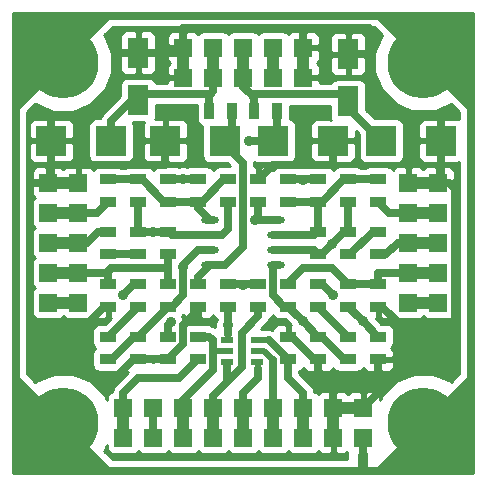
<source format=gbr>
G04 #@! TF.FileFunction,Copper,L1,Top,Signal*
%FSLAX46Y46*%
G04 Gerber Fmt 4.6, Leading zero omitted, Abs format (unit mm)*
G04 Created by KiCad (PCBNEW 4.0.1-stable) date 8. 8. 2016 15:38:06*
%MOMM*%
G01*
G04 APERTURE LIST*
%ADD10C,0.100000*%
%ADD11R,1.524000X1.524000*%
%ADD12R,1.397000X0.889000*%
%ADD13O,1.473200X0.609600*%
%ADD14C,6.000000*%
%ADD15R,0.889000X1.397000*%
%ADD16R,1.800860X2.499360*%
%ADD17R,2.550160X2.499360*%
%ADD18R,1.000760X0.500000*%
%ADD19R,1.000760X0.501040*%
%ADD20C,0.889000*%
%ADD21C,0.635000*%
%ADD22C,1.016000*%
%ADD23C,0.254000*%
%ADD24C,0.508000*%
G04 APERTURE END LIST*
D10*
D11*
X163830000Y-101600000D03*
X161290000Y-101600000D03*
X163830000Y-99060000D03*
X161290000Y-99060000D03*
X163830000Y-96520000D03*
X161290000Y-96520000D03*
X163830000Y-93980000D03*
X161290000Y-93980000D03*
X163830000Y-91440000D03*
X161290000Y-91440000D03*
D12*
X158750000Y-97472500D03*
X158750000Y-95567500D03*
D13*
X144526000Y-94615000D03*
X144526000Y-95885000D03*
X144526000Y-97155000D03*
X144526000Y-98425000D03*
X150114000Y-98425000D03*
X150114000Y-97155000D03*
X150114000Y-95885000D03*
X150114000Y-94615000D03*
D12*
X138430000Y-100012500D03*
X138430000Y-101917500D03*
X140970000Y-91122500D03*
X140970000Y-93027500D03*
X135890000Y-93027500D03*
X135890000Y-91122500D03*
X135890000Y-95567500D03*
X135890000Y-97472500D03*
X146050000Y-93027500D03*
X146050000Y-91122500D03*
X148590000Y-93027500D03*
X148590000Y-91122500D03*
X143510000Y-101917500D03*
X143510000Y-100012500D03*
X146050000Y-101917500D03*
X146050000Y-100012500D03*
X148590000Y-101917500D03*
X148590000Y-100012500D03*
X151130000Y-91122500D03*
X151130000Y-93027500D03*
X153670000Y-100012500D03*
X153670000Y-101917500D03*
X158750000Y-93027500D03*
X158750000Y-91122500D03*
X153670000Y-97472500D03*
X153670000Y-95567500D03*
D11*
X157480000Y-110490000D03*
X157480000Y-113030000D03*
X152400000Y-80010000D03*
X152400000Y-82550000D03*
X149860000Y-80010000D03*
X149860000Y-82550000D03*
X147320000Y-80010000D03*
X147320000Y-82550000D03*
X144780000Y-80010000D03*
X144780000Y-82550000D03*
X142240000Y-80010000D03*
X142240000Y-82550000D03*
X133350000Y-101600000D03*
X130810000Y-101600000D03*
X133350000Y-99060000D03*
X130810000Y-99060000D03*
X133350000Y-96520000D03*
X130810000Y-96520000D03*
X133350000Y-93980000D03*
X130810000Y-93980000D03*
X133350000Y-91440000D03*
X130810000Y-91440000D03*
D14*
X132080000Y-111760000D03*
X132080000Y-81280000D03*
X162560000Y-111760000D03*
X162560000Y-81280000D03*
D12*
X140970000Y-101917500D03*
X140970000Y-100012500D03*
X140970000Y-95567500D03*
X140970000Y-97472500D03*
X135890000Y-106362500D03*
X135890000Y-104457500D03*
X138430000Y-104457500D03*
X138430000Y-106362500D03*
X143510000Y-93027500D03*
X143510000Y-91122500D03*
X140970000Y-104457500D03*
X140970000Y-106362500D03*
X138430000Y-95567500D03*
X138430000Y-97472500D03*
X138430000Y-91122500D03*
X138430000Y-93027500D03*
D15*
X150177500Y-85344000D03*
X148272500Y-85344000D03*
X146367500Y-85344000D03*
X144462500Y-85344000D03*
D12*
X156210000Y-106362500D03*
X156210000Y-104457500D03*
X153670000Y-93027500D03*
X153670000Y-91122500D03*
X153670000Y-106362500D03*
X153670000Y-104457500D03*
X151130000Y-101917500D03*
X151130000Y-100012500D03*
X156210000Y-101917500D03*
X156210000Y-100012500D03*
X158750000Y-106362500D03*
X158750000Y-104457500D03*
X156210000Y-95567500D03*
X156210000Y-97472500D03*
X156210000Y-91122500D03*
X156210000Y-93027500D03*
D16*
X138430000Y-84421980D03*
X138430000Y-80424020D03*
X156210000Y-80551020D03*
X156210000Y-84548980D03*
D12*
X135890000Y-100012500D03*
X135890000Y-101917500D03*
X158750000Y-100012500D03*
X158750000Y-101917500D03*
D17*
X164068760Y-87884000D03*
X159019240Y-87884000D03*
X136128760Y-87884000D03*
X131079240Y-87884000D03*
X154924760Y-87884000D03*
X149875240Y-87884000D03*
X145780760Y-87884000D03*
X140731240Y-87884000D03*
D11*
X154940000Y-110490000D03*
X154940000Y-113030000D03*
X152400000Y-110490000D03*
X152400000Y-113030000D03*
X149860000Y-110490000D03*
X149860000Y-113030000D03*
X147320000Y-110490000D03*
X147320000Y-113030000D03*
X144780000Y-110490000D03*
X144780000Y-113030000D03*
X142240000Y-110490000D03*
X142240000Y-113030000D03*
X139700000Y-110490000D03*
X139700000Y-113030000D03*
X137160000Y-110490000D03*
X137160000Y-113030000D03*
D12*
X143510000Y-106362500D03*
X143510000Y-104457500D03*
X151130000Y-106362500D03*
X151130000Y-104457500D03*
D18*
X148463000Y-104711500D03*
X148463000Y-105664000D03*
D19*
X148463000Y-106616500D03*
D18*
X145923000Y-106616500D03*
X145923000Y-105664000D03*
X145923000Y-104711500D03*
X145923000Y-105664000D03*
X148463000Y-104711500D03*
X148463000Y-106616500D03*
X148463000Y-105664000D03*
X145923000Y-106616500D03*
X145923000Y-104711500D03*
D20*
X137160000Y-100965000D03*
X154940000Y-89916000D03*
X148336000Y-94615000D03*
X147828000Y-87884000D03*
X154940000Y-100965000D03*
X142240000Y-91122500D03*
X142240000Y-98552000D03*
X139700000Y-95631000D03*
X141224000Y-103251000D03*
X157448250Y-103155750D03*
X154813000Y-96647000D03*
X152368250Y-103155750D03*
X152400000Y-91186000D03*
X146050000Y-103505000D03*
X147320000Y-100076000D03*
D21*
X138430000Y-100012500D02*
X138112500Y-100012500D01*
X138112500Y-100012500D02*
X137160000Y-100965000D01*
D22*
X130810000Y-101600000D02*
X132080000Y-101600000D01*
X132080000Y-101600000D02*
X133350000Y-101600000D01*
D21*
X133350000Y-93980000D02*
X134937500Y-93980000D01*
X134937500Y-93980000D02*
X135890000Y-93027500D01*
D22*
X130810000Y-93980000D02*
X133350000Y-93980000D01*
D21*
X133350000Y-96520000D02*
X134112000Y-96520000D01*
X134112000Y-96520000D02*
X135064500Y-95567500D01*
X135064500Y-95567500D02*
X135890000Y-95567500D01*
X135890000Y-95567500D02*
X136207500Y-95567500D01*
D22*
X130810000Y-96520000D02*
X133350000Y-96520000D01*
D21*
X156210000Y-84548980D02*
X156210000Y-85074760D01*
X156210000Y-85074760D02*
X159019240Y-87884000D01*
X148272500Y-85344000D02*
X148272500Y-84264500D01*
X148272500Y-84264500D02*
X147955000Y-83947000D01*
X147320000Y-82550000D02*
X147320000Y-83312000D01*
X147320000Y-83312000D02*
X147955000Y-83947000D01*
X147955000Y-83947000D02*
X155608020Y-83947000D01*
X155608020Y-83947000D02*
X156210000Y-84548980D01*
D22*
X147320000Y-80010000D02*
X147320000Y-82550000D01*
D21*
X154924760Y-89900760D02*
X154924760Y-89804240D01*
X154940000Y-89916000D02*
X154924760Y-89900760D01*
X154940000Y-108966000D02*
X154940000Y-110490000D01*
X153670000Y-107696000D02*
X154940000Y-108966000D01*
X153670000Y-106362500D02*
X153670000Y-107696000D01*
X133350000Y-106680000D02*
X133350000Y-103505000D01*
X135255000Y-108585000D02*
X133350000Y-106680000D01*
X135890000Y-108585000D02*
X135255000Y-108585000D01*
X138112500Y-106362500D02*
X135890000Y-108585000D01*
X138430000Y-106362500D02*
X138112500Y-106362500D01*
X133350000Y-103505000D02*
X129286000Y-103505000D01*
X158750000Y-109220000D02*
X157480000Y-110490000D01*
X151130000Y-104457500D02*
X151447500Y-104457500D01*
X151447500Y-104457500D02*
X153352500Y-106362500D01*
X153352500Y-106362500D02*
X153670000Y-106362500D01*
D22*
X154940000Y-110490000D02*
X157480000Y-110490000D01*
X154940000Y-110490000D02*
X154940000Y-113030000D01*
D21*
X158750000Y-106362500D02*
X158750000Y-109220000D01*
X158750000Y-109220000D02*
X158750000Y-109093000D01*
X158750000Y-109093000D02*
X158750000Y-108839000D01*
X158750000Y-108839000D02*
X158750000Y-109093000D01*
X157988000Y-80518000D02*
X157988000Y-83566000D01*
X164068760Y-85709760D02*
X164068760Y-87884000D01*
X163957000Y-85598000D02*
X164068760Y-85709760D01*
X160020000Y-85598000D02*
X163957000Y-85598000D01*
X157988000Y-83566000D02*
X160020000Y-85598000D01*
X164068760Y-87884000D02*
X164068760Y-91201240D01*
X164068760Y-91201240D02*
X163830000Y-91440000D01*
X131079240Y-89900760D02*
X131079240Y-91170760D01*
X131079240Y-91170760D02*
X130810000Y-91440000D01*
X157988000Y-80518000D02*
X156243020Y-80518000D01*
X156243020Y-80518000D02*
X156210000Y-80551020D01*
X131079240Y-87884000D02*
X131079240Y-85709760D01*
X136618980Y-80424020D02*
X138430000Y-80424020D01*
X136525000Y-80518000D02*
X136618980Y-80424020D01*
X136525000Y-83185000D02*
X136525000Y-80518000D01*
X133985000Y-85725000D02*
X136525000Y-83185000D01*
X131094480Y-85725000D02*
X133985000Y-85725000D01*
X131079240Y-85709760D02*
X131094480Y-85725000D01*
X138430000Y-80424020D02*
X141825980Y-80424020D01*
X141825980Y-80424020D02*
X142240000Y-80010000D01*
X142146020Y-79916020D02*
X142240000Y-80010000D01*
X131079240Y-87884000D02*
X131079240Y-89900760D01*
X140731240Y-89900760D02*
X140731240Y-87884000D01*
X140716000Y-89916000D02*
X140731240Y-89900760D01*
X131094480Y-89916000D02*
X140716000Y-89916000D01*
X131079240Y-89900760D02*
X131094480Y-89916000D01*
X158750000Y-101917500D02*
X159067500Y-101917500D01*
X159067500Y-101917500D02*
X160655000Y-103505000D01*
X160655000Y-103505000D02*
X165227000Y-103505000D01*
X135890000Y-101917500D02*
X135572500Y-101917500D01*
X135572500Y-101917500D02*
X133985000Y-103505000D01*
X133985000Y-103505000D02*
X133350000Y-103505000D01*
X143510000Y-101917500D02*
X143510000Y-102235000D01*
X143510000Y-102235000D02*
X142240000Y-103505000D01*
X142240000Y-103505000D02*
X142240000Y-105092500D01*
X142240000Y-105092500D02*
X140970000Y-106362500D01*
X140970000Y-106362500D02*
X138430000Y-106362500D01*
X130810000Y-91440000D02*
X129286000Y-91440000D01*
X129286000Y-91440000D02*
X129413000Y-91440000D01*
X129413000Y-91440000D02*
X129286000Y-91440000D01*
X129286000Y-91440000D02*
X129286000Y-103505000D01*
X152400000Y-80010000D02*
X152400000Y-78359000D01*
X152400000Y-78359000D02*
X152400000Y-78486000D01*
X152400000Y-78486000D02*
X152400000Y-78359000D01*
X154924760Y-87884000D02*
X154924760Y-89804240D01*
X154924760Y-89804240D02*
X154813000Y-89916000D01*
X163830000Y-91440000D02*
X164719000Y-91440000D01*
X164719000Y-91440000D02*
X165227000Y-91948000D01*
X142240000Y-80010000D02*
X142240000Y-78359000D01*
X142240000Y-78359000D02*
X152400000Y-78359000D01*
X152400000Y-78359000D02*
X157988000Y-78359000D01*
X157988000Y-78359000D02*
X157988000Y-80518000D01*
X160782000Y-107061000D02*
X158750000Y-109093000D01*
X164973000Y-107061000D02*
X160782000Y-107061000D01*
X165227000Y-107315000D02*
X164973000Y-107061000D01*
X165227000Y-103505000D02*
X165227000Y-107315000D01*
X165227000Y-91948000D02*
X165227000Y-103505000D01*
X148590000Y-91122500D02*
X148653500Y-91122500D01*
X148653500Y-91122500D02*
X149860000Y-89916000D01*
X149860000Y-89916000D02*
X154813000Y-89916000D01*
X154924760Y-87884000D02*
X154924760Y-87995760D01*
X131079240Y-87884000D02*
X131079240Y-88153240D01*
D23*
X163830000Y-91440000D02*
X164465000Y-91440000D01*
X152400000Y-80010000D02*
X152400000Y-79375000D01*
D22*
X161290000Y-91440000D02*
X162560000Y-91440000D01*
X162560000Y-91440000D02*
X163830000Y-91440000D01*
X130810000Y-91440000D02*
X132080000Y-91440000D01*
X132080000Y-91440000D02*
X133350000Y-91440000D01*
X152400000Y-80010000D02*
X152400000Y-81280000D01*
X152400000Y-81280000D02*
X152400000Y-82550000D01*
X142240000Y-80010000D02*
X142240000Y-81280000D01*
X142240000Y-81280000D02*
X142240000Y-82550000D01*
D21*
X137160000Y-110490000D02*
X137160000Y-109220000D01*
X137160000Y-109220000D02*
X138430000Y-107950000D01*
X138430000Y-107950000D02*
X141922500Y-107950000D01*
X141922500Y-107950000D02*
X143510000Y-106362500D01*
X137160000Y-110490000D02*
X137160000Y-109855000D01*
D22*
X137160000Y-110490000D02*
X137160000Y-113030000D01*
D21*
X148590000Y-93027500D02*
X148590000Y-94361000D01*
X148590000Y-94361000D02*
X148336000Y-94615000D01*
X150114000Y-94615000D02*
X148336000Y-94615000D01*
X149875240Y-87884000D02*
X147828000Y-87884000D01*
X148590000Y-93027500D02*
X148590000Y-93091000D01*
X150177500Y-85344000D02*
X150177500Y-87581740D01*
X150177500Y-87581740D02*
X149875240Y-87884000D01*
X150177500Y-87581740D02*
X149875240Y-87884000D01*
X136128760Y-87884000D02*
X136128760Y-86215220D01*
X136128760Y-86215220D02*
X138430000Y-83913980D01*
X144462500Y-85344000D02*
X144462500Y-83913980D01*
X144462500Y-83913980D02*
X144559020Y-83913980D01*
X144780000Y-82550000D02*
X144780000Y-83693000D01*
X144559020Y-83913980D02*
X138430000Y-83913980D01*
X144780000Y-83693000D02*
X144559020Y-83913980D01*
X138430000Y-83913980D02*
X138430000Y-84597240D01*
D22*
X149860000Y-80010000D02*
X149860000Y-82550000D01*
X144780000Y-80010000D02*
X144780000Y-82550000D01*
D21*
X143510000Y-100012500D02*
X143510000Y-99441000D01*
X143510000Y-99441000D02*
X144526000Y-98425000D01*
X145780760Y-87884000D02*
X145780760Y-88249760D01*
X145780760Y-88249760D02*
X147320000Y-89789000D01*
X145796000Y-98425000D02*
X144526000Y-98425000D01*
X147320000Y-96901000D02*
X145796000Y-98425000D01*
X147320000Y-93853000D02*
X147320000Y-96901000D01*
X147320000Y-89789000D02*
X147320000Y-93853000D01*
X146367500Y-85344000D02*
X146367500Y-87297260D01*
X146367500Y-87297260D02*
X145780760Y-87884000D01*
X146367500Y-87297260D02*
X145780760Y-87884000D01*
X153670000Y-100012500D02*
X153987500Y-100012500D01*
X153987500Y-100012500D02*
X154940000Y-100965000D01*
D22*
X161290000Y-101600000D02*
X162560000Y-101600000D01*
X162560000Y-101600000D02*
X163830000Y-101600000D01*
D21*
X161290000Y-93980000D02*
X159702500Y-93980000D01*
X159702500Y-93980000D02*
X158750000Y-93027500D01*
D22*
X161290000Y-93980000D02*
X163830000Y-93980000D01*
D21*
X161290000Y-96520000D02*
X160401000Y-96520000D01*
X160401000Y-96520000D02*
X159448500Y-97472500D01*
X159448500Y-97472500D02*
X158750000Y-97472500D01*
D22*
X161290000Y-96520000D02*
X163830000Y-96520000D01*
D21*
X157480000Y-113030000D02*
X157480000Y-115570000D01*
D23*
X162560000Y-81280000D02*
X158750000Y-77470000D01*
X158750000Y-77470000D02*
X135890000Y-77470000D01*
X128270000Y-107950000D02*
X132080000Y-111760000D01*
X128270000Y-85090000D02*
X128270000Y-107950000D01*
X132080000Y-81280000D02*
X128270000Y-85090000D01*
X135890000Y-77470000D02*
X132080000Y-81280000D01*
X162560000Y-111760000D02*
X166370000Y-107950000D01*
X166370000Y-85090000D02*
X162560000Y-81280000D01*
X166370000Y-107950000D02*
X166370000Y-85090000D01*
X132080000Y-111760000D02*
X135890000Y-115570000D01*
X135890000Y-115570000D02*
X156210000Y-115570000D01*
X158750000Y-115570000D02*
X162560000Y-111760000D01*
X156210000Y-115570000D02*
X157480000Y-115570000D01*
X157480000Y-115570000D02*
X158750000Y-115570000D01*
D21*
X140970000Y-98679000D02*
X136144000Y-98679000D01*
X136144000Y-98679000D02*
X135763000Y-99060000D01*
X140970000Y-97472500D02*
X140970000Y-98679000D01*
X140970000Y-98679000D02*
X140970000Y-100012500D01*
X133350000Y-99060000D02*
X135763000Y-99060000D01*
X135890000Y-99187000D02*
X135890000Y-100012500D01*
X135763000Y-99060000D02*
X135890000Y-99187000D01*
D22*
X130810000Y-99060000D02*
X133350000Y-99060000D01*
D21*
X151130000Y-100012500D02*
X151130000Y-99949000D01*
X151130000Y-99949000D02*
X152400000Y-98679000D01*
X152400000Y-98679000D02*
X154876500Y-98679000D01*
X154876500Y-98679000D02*
X156210000Y-100012500D01*
X156210000Y-100012500D02*
X158750000Y-100012500D01*
X161290000Y-99060000D02*
X158877000Y-99060000D01*
X158877000Y-99060000D02*
X158750000Y-99060000D01*
X158750000Y-99060000D02*
X158750000Y-100012500D01*
D22*
X161290000Y-99060000D02*
X163830000Y-99060000D01*
D21*
X142240000Y-98552000D02*
X142240000Y-100965000D01*
X142240000Y-100965000D02*
X141287500Y-101917500D01*
X141287500Y-101917500D02*
X140970000Y-101917500D01*
X142240000Y-98425000D02*
X142240000Y-98552000D01*
X140970000Y-101917500D02*
X141287500Y-101917500D01*
X143510000Y-97155000D02*
X144526000Y-97155000D01*
X142240000Y-98425000D02*
X143510000Y-97155000D01*
X138430000Y-104457500D02*
X140970000Y-101917500D01*
X135890000Y-106362500D02*
X136207500Y-106362500D01*
X136207500Y-106362500D02*
X138112500Y-104457500D01*
X138112500Y-104457500D02*
X138430000Y-104457500D01*
X140970000Y-91122500D02*
X142240000Y-91122500D01*
X142240000Y-91122500D02*
X143510000Y-91122500D01*
X143510000Y-93027500D02*
X143510000Y-93599000D01*
X143510000Y-93599000D02*
X144526000Y-94615000D01*
X143510000Y-93027500D02*
X143827500Y-93027500D01*
X143827500Y-93027500D02*
X145732500Y-91122500D01*
X145732500Y-91122500D02*
X146050000Y-91122500D01*
X140970000Y-93027500D02*
X143510000Y-93027500D01*
X138430000Y-91122500D02*
X138747500Y-91122500D01*
X138747500Y-91122500D02*
X140652500Y-93027500D01*
X140652500Y-93027500D02*
X140970000Y-93027500D01*
X135890000Y-91122500D02*
X138430000Y-91122500D01*
X140970000Y-104457500D02*
X140970000Y-103505000D01*
X140970000Y-103505000D02*
X141224000Y-103251000D01*
X139700000Y-95631000D02*
X139700000Y-95567500D01*
X139700000Y-95567500D02*
X139700000Y-95631000D01*
X139700000Y-95631000D02*
X139700000Y-95567500D01*
X138430000Y-95567500D02*
X138430000Y-93027500D01*
X140970000Y-95567500D02*
X139700000Y-95567500D01*
X139700000Y-95567500D02*
X138430000Y-95567500D01*
X144526000Y-95885000D02*
X142494000Y-95885000D01*
X142494000Y-95885000D02*
X141287500Y-95885000D01*
X141287500Y-95885000D02*
X140970000Y-95567500D01*
X146050000Y-93027500D02*
X146050000Y-95377000D01*
X145542000Y-95885000D02*
X144526000Y-95885000D01*
X146050000Y-95377000D02*
X145542000Y-95885000D01*
X156210000Y-93027500D02*
X156210000Y-95567500D01*
X156210000Y-101917500D02*
X157448250Y-103155750D01*
X157448250Y-103155750D02*
X158750000Y-104457500D01*
X153670000Y-97472500D02*
X153987500Y-97472500D01*
X153987500Y-97472500D02*
X154813000Y-96647000D01*
X154813000Y-96647000D02*
X155892500Y-95567500D01*
X155892500Y-95567500D02*
X156210000Y-95567500D01*
X150114000Y-97155000D02*
X153352500Y-97155000D01*
X153352500Y-97155000D02*
X153670000Y-97472500D01*
X153670000Y-93027500D02*
X153987500Y-93027500D01*
X153987500Y-93027500D02*
X155892500Y-91122500D01*
X155892500Y-91122500D02*
X156210000Y-91122500D01*
X151130000Y-93027500D02*
X153670000Y-93027500D01*
X153670000Y-95567500D02*
X153670000Y-93027500D01*
X150114000Y-95885000D02*
X153352500Y-95885000D01*
X153352500Y-95885000D02*
X153670000Y-95567500D01*
X156210000Y-91122500D02*
X158750000Y-91122500D01*
X150812500Y-101917500D02*
X149860000Y-100965000D01*
X149860000Y-100965000D02*
X149860000Y-98679000D01*
X149860000Y-98679000D02*
X150114000Y-98425000D01*
X152400000Y-91122500D02*
X152400000Y-91186000D01*
X151130000Y-91122500D02*
X152400000Y-91122500D01*
X152400000Y-91122500D02*
X153670000Y-91122500D01*
X153670000Y-104457500D02*
X153987500Y-104457500D01*
X153987500Y-104457500D02*
X155892500Y-106362500D01*
X155892500Y-106362500D02*
X156210000Y-106362500D01*
X151130000Y-101917500D02*
X152368250Y-103155750D01*
X152368250Y-103155750D02*
X153670000Y-104457500D01*
X151130000Y-101917500D02*
X150812500Y-101917500D01*
X135890000Y-97472500D02*
X138430000Y-97472500D01*
X138112500Y-97472500D02*
X138430000Y-97472500D01*
X156210000Y-97472500D02*
X156400500Y-97472500D01*
X156400500Y-97472500D02*
X158305500Y-95567500D01*
X158305500Y-95567500D02*
X158750000Y-95567500D01*
X138430000Y-101917500D02*
X135890000Y-104457500D01*
X153670000Y-101917500D02*
X156210000Y-104457500D01*
D24*
X146050000Y-104584500D02*
X146050000Y-104267000D01*
D21*
X146050000Y-104267000D02*
X146050000Y-103505000D01*
X146050000Y-103505000D02*
X146050000Y-101917500D01*
D24*
X146050000Y-104584500D02*
X145923000Y-104711500D01*
D21*
X139700000Y-110490000D02*
X139700000Y-113030000D01*
D24*
X148463000Y-105664000D02*
X149098000Y-105664000D01*
D21*
X149860000Y-106426000D02*
X149860000Y-110490000D01*
D24*
X149098000Y-105664000D02*
X149860000Y-106426000D01*
D21*
X147320000Y-100076000D02*
X147320000Y-100012500D01*
D22*
X149860000Y-110490000D02*
X149860000Y-113030000D01*
D21*
X146050000Y-100012500D02*
X147320000Y-100012500D01*
X147320000Y-100012500D02*
X148590000Y-100012500D01*
D24*
X145923000Y-106616500D02*
X145923000Y-107061000D01*
D21*
X145923000Y-108331000D02*
X144780000Y-109474000D01*
X145923000Y-108331000D02*
X145923000Y-107442000D01*
X145923000Y-107061000D02*
X145923000Y-107442000D01*
X144780000Y-110490000D02*
X144780000Y-109474000D01*
X148590000Y-101917500D02*
X148590000Y-102743000D01*
X147193000Y-107061000D02*
X144780000Y-109474000D01*
X147193000Y-104140000D02*
X147193000Y-107061000D01*
X148590000Y-102743000D02*
X147193000Y-104140000D01*
X148590000Y-101917500D02*
X148590000Y-102235000D01*
D22*
X144780000Y-110490000D02*
X144780000Y-113030000D01*
D21*
X148272500Y-101917500D02*
X148590000Y-101917500D01*
D24*
X148463000Y-104711500D02*
X149453372Y-104711500D01*
X149453372Y-104711500D02*
X149516872Y-104775000D01*
D21*
X151130000Y-106362500D02*
X151104372Y-106362500D01*
X151104372Y-106362500D02*
X149516872Y-104775000D01*
X149516872Y-104775000D02*
X149479000Y-104775000D01*
X151130000Y-106362500D02*
X150939500Y-106362500D01*
X152400000Y-110490000D02*
X152400000Y-109220000D01*
X151130000Y-107950000D02*
X151130000Y-106362500D01*
X152400000Y-109220000D02*
X151130000Y-107950000D01*
D22*
X152400000Y-110490000D02*
X152400000Y-113030000D01*
D24*
X148590000Y-106743500D02*
X148590000Y-107188000D01*
D21*
X148590000Y-107188000D02*
X148590000Y-107696000D01*
D24*
X148590000Y-106743500D02*
X148463000Y-106616500D01*
X148590000Y-107632500D02*
X148590000Y-107696000D01*
X148590000Y-107696000D02*
X148590000Y-107950000D01*
D21*
X147320000Y-109220000D02*
X148590000Y-107950000D01*
X147320000Y-109220000D02*
X147320000Y-110490000D01*
D22*
X147320000Y-110490000D02*
X147320000Y-113030000D01*
D24*
X144780000Y-105664000D02*
X145923000Y-105664000D01*
D21*
X142240000Y-110490000D02*
X142240000Y-109855000D01*
X142240000Y-109855000D02*
X144780000Y-107315000D01*
X144462500Y-104457500D02*
X143510000Y-104457500D01*
X144780000Y-104775000D02*
X144462500Y-104457500D01*
X144780000Y-107315000D02*
X144780000Y-106680000D01*
X144780000Y-106680000D02*
X144780000Y-105664000D01*
X144780000Y-105664000D02*
X144780000Y-104775000D01*
D22*
X142240000Y-110490000D02*
X142240000Y-113030000D01*
D23*
G36*
X166803000Y-116003000D02*
X127837000Y-116003000D01*
X127837000Y-85090000D01*
X128143000Y-85090000D01*
X128143000Y-107950000D01*
X128153006Y-107999410D01*
X128180197Y-108039803D01*
X135800197Y-115659803D01*
X135842211Y-115687666D01*
X135890000Y-115697000D01*
X157035500Y-115697000D01*
X157084910Y-115686994D01*
X157126535Y-115658553D01*
X157153815Y-115616159D01*
X157162500Y-115570000D01*
X157162500Y-114427000D01*
X157194250Y-114427000D01*
X157353000Y-114268250D01*
X157353000Y-113157000D01*
X157333000Y-113157000D01*
X157333000Y-112903000D01*
X157353000Y-112903000D01*
X157353000Y-112883000D01*
X157607000Y-112883000D01*
X157607000Y-112903000D01*
X157627000Y-112903000D01*
X157627000Y-113157000D01*
X157607000Y-113157000D01*
X157607000Y-114268250D01*
X157734000Y-114395250D01*
X157734000Y-115570000D01*
X157744006Y-115619410D01*
X157772447Y-115661035D01*
X157814841Y-115688315D01*
X157861000Y-115697000D01*
X158750000Y-115697000D01*
X158799410Y-115686994D01*
X158839803Y-115659803D01*
X166459803Y-108039803D01*
X166487666Y-107997789D01*
X166497000Y-107950000D01*
X166497000Y-85090000D01*
X166486994Y-85040590D01*
X166459803Y-85000197D01*
X158839803Y-77380197D01*
X158797789Y-77352334D01*
X158750000Y-77343000D01*
X135890000Y-77343000D01*
X135840590Y-77353006D01*
X135800197Y-77380197D01*
X128180197Y-85000197D01*
X128152334Y-85042211D01*
X128143000Y-85090000D01*
X127837000Y-85090000D01*
X127837000Y-77037000D01*
X166803000Y-77037000D01*
X166803000Y-116003000D01*
X166803000Y-116003000D01*
G37*
X166803000Y-116003000D02*
X127837000Y-116003000D01*
X127837000Y-85090000D01*
X128143000Y-85090000D01*
X128143000Y-107950000D01*
X128153006Y-107999410D01*
X128180197Y-108039803D01*
X135800197Y-115659803D01*
X135842211Y-115687666D01*
X135890000Y-115697000D01*
X157035500Y-115697000D01*
X157084910Y-115686994D01*
X157126535Y-115658553D01*
X157153815Y-115616159D01*
X157162500Y-115570000D01*
X157162500Y-114427000D01*
X157194250Y-114427000D01*
X157353000Y-114268250D01*
X157353000Y-113157000D01*
X157333000Y-113157000D01*
X157333000Y-112903000D01*
X157353000Y-112903000D01*
X157353000Y-112883000D01*
X157607000Y-112883000D01*
X157607000Y-112903000D01*
X157627000Y-112903000D01*
X157627000Y-113157000D01*
X157607000Y-113157000D01*
X157607000Y-114268250D01*
X157734000Y-114395250D01*
X157734000Y-115570000D01*
X157744006Y-115619410D01*
X157772447Y-115661035D01*
X157814841Y-115688315D01*
X157861000Y-115697000D01*
X158750000Y-115697000D01*
X158799410Y-115686994D01*
X158839803Y-115659803D01*
X166459803Y-108039803D01*
X166487666Y-107997789D01*
X166497000Y-107950000D01*
X166497000Y-85090000D01*
X166486994Y-85040590D01*
X166459803Y-85000197D01*
X158839803Y-77380197D01*
X158797789Y-77352334D01*
X158750000Y-77343000D01*
X135890000Y-77343000D01*
X135840590Y-77353006D01*
X135800197Y-77380197D01*
X128180197Y-85000197D01*
X128152334Y-85042211D01*
X128143000Y-85090000D01*
X127837000Y-85090000D01*
X127837000Y-77037000D01*
X166803000Y-77037000D01*
X166803000Y-116003000D01*
G36*
X159075222Y-78927328D02*
X159063340Y-78939190D01*
X158433718Y-80455487D01*
X158432285Y-82097310D01*
X159059259Y-83614704D01*
X160219190Y-84776660D01*
X161735487Y-85406282D01*
X163377310Y-85407715D01*
X164894704Y-84780741D01*
X164911684Y-84763790D01*
X165608000Y-85460106D01*
X165608000Y-86056420D01*
X165470149Y-85999320D01*
X164354510Y-85999320D01*
X164195760Y-86158070D01*
X164195760Y-87757000D01*
X164215760Y-87757000D01*
X164215760Y-88011000D01*
X164195760Y-88011000D01*
X164195760Y-89609930D01*
X164354510Y-89768680D01*
X165470149Y-89768680D01*
X165608000Y-89711580D01*
X165608000Y-107579894D01*
X164912672Y-108275222D01*
X164900810Y-108263340D01*
X163384513Y-107633718D01*
X161742690Y-107632285D01*
X160225296Y-108259259D01*
X159063340Y-109419190D01*
X158877000Y-109867946D01*
X158877000Y-109601691D01*
X158780327Y-109368302D01*
X158601699Y-109189673D01*
X158368310Y-109093000D01*
X157765750Y-109093000D01*
X157607000Y-109251750D01*
X157607000Y-110363000D01*
X157627000Y-110363000D01*
X157627000Y-110617000D01*
X157607000Y-110617000D01*
X157607000Y-110637000D01*
X157353000Y-110637000D01*
X157353000Y-110617000D01*
X156241750Y-110617000D01*
X156210000Y-110648750D01*
X156178250Y-110617000D01*
X155067000Y-110617000D01*
X155067000Y-111728250D01*
X155098750Y-111760000D01*
X155067000Y-111791750D01*
X155067000Y-112903000D01*
X155087000Y-112903000D01*
X155087000Y-113157000D01*
X155067000Y-113157000D01*
X155067000Y-114268250D01*
X155225750Y-114427000D01*
X155828310Y-114427000D01*
X156061699Y-114330327D01*
X156146500Y-114245525D01*
X156146500Y-114808000D01*
X136260106Y-114808000D01*
X135564778Y-114112672D01*
X135576660Y-114100810D01*
X135750560Y-113682013D01*
X135750560Y-113792000D01*
X135794838Y-114027317D01*
X135933910Y-114243441D01*
X136146110Y-114388431D01*
X136398000Y-114439440D01*
X137922000Y-114439440D01*
X138157317Y-114395162D01*
X138373441Y-114256090D01*
X138429374Y-114174230D01*
X138473910Y-114243441D01*
X138686110Y-114388431D01*
X138938000Y-114439440D01*
X140462000Y-114439440D01*
X140697317Y-114395162D01*
X140913441Y-114256090D01*
X140969374Y-114174230D01*
X141013910Y-114243441D01*
X141226110Y-114388431D01*
X141478000Y-114439440D01*
X143002000Y-114439440D01*
X143237317Y-114395162D01*
X143453441Y-114256090D01*
X143509374Y-114174230D01*
X143553910Y-114243441D01*
X143766110Y-114388431D01*
X144018000Y-114439440D01*
X145542000Y-114439440D01*
X145777317Y-114395162D01*
X145993441Y-114256090D01*
X146049374Y-114174230D01*
X146093910Y-114243441D01*
X146306110Y-114388431D01*
X146558000Y-114439440D01*
X148082000Y-114439440D01*
X148317317Y-114395162D01*
X148533441Y-114256090D01*
X148589374Y-114174230D01*
X148633910Y-114243441D01*
X148846110Y-114388431D01*
X149098000Y-114439440D01*
X150622000Y-114439440D01*
X150857317Y-114395162D01*
X151073441Y-114256090D01*
X151129374Y-114174230D01*
X151173910Y-114243441D01*
X151386110Y-114388431D01*
X151638000Y-114439440D01*
X153162000Y-114439440D01*
X153397317Y-114395162D01*
X153613441Y-114256090D01*
X153666464Y-114178489D01*
X153818301Y-114330327D01*
X154051690Y-114427000D01*
X154654250Y-114427000D01*
X154813000Y-114268250D01*
X154813000Y-113157000D01*
X154793000Y-113157000D01*
X154793000Y-112903000D01*
X154813000Y-112903000D01*
X154813000Y-111791750D01*
X154781250Y-111760000D01*
X154813000Y-111728250D01*
X154813000Y-110617000D01*
X154793000Y-110617000D01*
X154793000Y-110363000D01*
X154813000Y-110363000D01*
X154813000Y-109251750D01*
X155067000Y-109251750D01*
X155067000Y-110363000D01*
X156178250Y-110363000D01*
X156210000Y-110331250D01*
X156241750Y-110363000D01*
X157353000Y-110363000D01*
X157353000Y-109251750D01*
X157194250Y-109093000D01*
X156591690Y-109093000D01*
X156358301Y-109189673D01*
X156210000Y-109337975D01*
X156061699Y-109189673D01*
X155828310Y-109093000D01*
X155225750Y-109093000D01*
X155067000Y-109251750D01*
X154813000Y-109251750D01*
X154654250Y-109093000D01*
X154051690Y-109093000D01*
X153818301Y-109189673D01*
X153667329Y-109340646D01*
X153626090Y-109276559D01*
X153413890Y-109131569D01*
X153331595Y-109114904D01*
X153279995Y-108855494D01*
X153073519Y-108546481D01*
X152082500Y-107555462D01*
X152082500Y-107398140D01*
X152279941Y-107271090D01*
X152402261Y-107092069D01*
X152433173Y-107166698D01*
X152611801Y-107345327D01*
X152845190Y-107442000D01*
X153384250Y-107442000D01*
X153543000Y-107283250D01*
X153543000Y-106489500D01*
X153523000Y-106489500D01*
X153523000Y-106235500D01*
X153543000Y-106235500D01*
X153543000Y-106215500D01*
X153797000Y-106215500D01*
X153797000Y-106235500D01*
X153817000Y-106235500D01*
X153817000Y-106489500D01*
X153797000Y-106489500D01*
X153797000Y-107283250D01*
X153955750Y-107442000D01*
X154494810Y-107442000D01*
X154728199Y-107345327D01*
X154906827Y-107166698D01*
X154938763Y-107089598D01*
X155047410Y-107258441D01*
X155259610Y-107403431D01*
X155511500Y-107454440D01*
X156908500Y-107454440D01*
X157143817Y-107410162D01*
X157359941Y-107271090D01*
X157482261Y-107092069D01*
X157513173Y-107166698D01*
X157691801Y-107345327D01*
X157925190Y-107442000D01*
X158464250Y-107442000D01*
X158623000Y-107283250D01*
X158623000Y-106489500D01*
X158877000Y-106489500D01*
X158877000Y-107283250D01*
X159035750Y-107442000D01*
X159574810Y-107442000D01*
X159808199Y-107345327D01*
X159986827Y-107166698D01*
X160083500Y-106933309D01*
X160083500Y-106648250D01*
X159924750Y-106489500D01*
X158877000Y-106489500D01*
X158623000Y-106489500D01*
X158603000Y-106489500D01*
X158603000Y-106235500D01*
X158623000Y-106235500D01*
X158623000Y-106215500D01*
X158877000Y-106215500D01*
X158877000Y-106235500D01*
X159924750Y-106235500D01*
X160083500Y-106076750D01*
X160083500Y-105791691D01*
X159986827Y-105558302D01*
X159835854Y-105407329D01*
X159899941Y-105366090D01*
X160044931Y-105153890D01*
X160095940Y-104902000D01*
X160095940Y-104013000D01*
X160051662Y-103777683D01*
X159912590Y-103561559D01*
X159700390Y-103416569D01*
X159448500Y-103365560D01*
X159005099Y-103365560D01*
X158550394Y-102910856D01*
X158623000Y-102838250D01*
X158623000Y-102044500D01*
X158603000Y-102044500D01*
X158603000Y-101790500D01*
X158623000Y-101790500D01*
X158623000Y-101770500D01*
X158877000Y-101770500D01*
X158877000Y-101790500D01*
X158897000Y-101790500D01*
X158897000Y-102044500D01*
X158877000Y-102044500D01*
X158877000Y-102838250D01*
X159035750Y-102997000D01*
X159574810Y-102997000D01*
X159808199Y-102900327D01*
X159986827Y-102721698D01*
X159993895Y-102704635D01*
X160063910Y-102813441D01*
X160276110Y-102958431D01*
X160528000Y-103009440D01*
X162052000Y-103009440D01*
X162287317Y-102965162D01*
X162503441Y-102826090D01*
X162559374Y-102744230D01*
X162603910Y-102813441D01*
X162816110Y-102958431D01*
X163068000Y-103009440D01*
X164592000Y-103009440D01*
X164827317Y-102965162D01*
X165043441Y-102826090D01*
X165188431Y-102613890D01*
X165239440Y-102362000D01*
X165239440Y-100838000D01*
X165195162Y-100602683D01*
X165056090Y-100386559D01*
X164974230Y-100330626D01*
X165043441Y-100286090D01*
X165188431Y-100073890D01*
X165239440Y-99822000D01*
X165239440Y-98298000D01*
X165195162Y-98062683D01*
X165056090Y-97846559D01*
X164974230Y-97790626D01*
X165043441Y-97746090D01*
X165188431Y-97533890D01*
X165239440Y-97282000D01*
X165239440Y-95758000D01*
X165195162Y-95522683D01*
X165056090Y-95306559D01*
X164974230Y-95250626D01*
X165043441Y-95206090D01*
X165188431Y-94993890D01*
X165239440Y-94742000D01*
X165239440Y-93218000D01*
X165195162Y-92982683D01*
X165056090Y-92766559D01*
X164978489Y-92713536D01*
X165130327Y-92561699D01*
X165227000Y-92328310D01*
X165227000Y-91725750D01*
X165068250Y-91567000D01*
X163957000Y-91567000D01*
X163957000Y-91587000D01*
X163703000Y-91587000D01*
X163703000Y-91567000D01*
X162591750Y-91567000D01*
X162560000Y-91598750D01*
X162528250Y-91567000D01*
X161417000Y-91567000D01*
X161417000Y-91587000D01*
X161163000Y-91587000D01*
X161163000Y-91567000D01*
X161143000Y-91567000D01*
X161143000Y-91313000D01*
X161163000Y-91313000D01*
X161163000Y-90201750D01*
X161417000Y-90201750D01*
X161417000Y-91313000D01*
X162528250Y-91313000D01*
X162560000Y-91281250D01*
X162591750Y-91313000D01*
X163703000Y-91313000D01*
X163703000Y-90201750D01*
X163957000Y-90201750D01*
X163957000Y-91313000D01*
X165068250Y-91313000D01*
X165227000Y-91154250D01*
X165227000Y-90551690D01*
X165130327Y-90318301D01*
X164951698Y-90139673D01*
X164718309Y-90043000D01*
X164115750Y-90043000D01*
X163957000Y-90201750D01*
X163703000Y-90201750D01*
X163544250Y-90043000D01*
X162941691Y-90043000D01*
X162708302Y-90139673D01*
X162560000Y-90287974D01*
X162411698Y-90139673D01*
X162178309Y-90043000D01*
X161575750Y-90043000D01*
X161417000Y-90201750D01*
X161163000Y-90201750D01*
X161004250Y-90043000D01*
X160401691Y-90043000D01*
X160168302Y-90139673D01*
X159989673Y-90318301D01*
X159982605Y-90335365D01*
X159912590Y-90226559D01*
X159700390Y-90081569D01*
X159448500Y-90030560D01*
X158051500Y-90030560D01*
X157816183Y-90074838D01*
X157668297Y-90170000D01*
X157289813Y-90170000D01*
X157160390Y-90081569D01*
X156908500Y-90030560D01*
X155511500Y-90030560D01*
X155276183Y-90074838D01*
X155060059Y-90213910D01*
X154938722Y-90391493D01*
X154832590Y-90226559D01*
X154620390Y-90081569D01*
X154368500Y-90030560D01*
X152971500Y-90030560D01*
X152736183Y-90074838D01*
X152658834Y-90124611D01*
X152615668Y-90106687D01*
X152186216Y-90106313D01*
X152142837Y-90124237D01*
X152080390Y-90081569D01*
X151828500Y-90030560D01*
X150431500Y-90030560D01*
X150196183Y-90074838D01*
X149980059Y-90213910D01*
X149857739Y-90392931D01*
X149826827Y-90318302D01*
X149648199Y-90139673D01*
X149414810Y-90043000D01*
X148875750Y-90043000D01*
X148717000Y-90201750D01*
X148717000Y-90995500D01*
X148737000Y-90995500D01*
X148737000Y-91249500D01*
X148717000Y-91249500D01*
X148717000Y-91269500D01*
X148463000Y-91269500D01*
X148463000Y-91249500D01*
X148443000Y-91249500D01*
X148443000Y-90995500D01*
X148463000Y-90995500D01*
X148463000Y-90201750D01*
X148304250Y-90043000D01*
X148272500Y-90043000D01*
X148272500Y-89789000D01*
X148247026Y-89660934D01*
X148348270Y-89730111D01*
X148600160Y-89781120D01*
X151150320Y-89781120D01*
X151385637Y-89736842D01*
X151601761Y-89597770D01*
X151746751Y-89385570D01*
X151797760Y-89133680D01*
X151797760Y-88169750D01*
X153014680Y-88169750D01*
X153014680Y-89259990D01*
X153111353Y-89493379D01*
X153289982Y-89672007D01*
X153523371Y-89768680D01*
X154639010Y-89768680D01*
X154797760Y-89609930D01*
X154797760Y-88011000D01*
X155051760Y-88011000D01*
X155051760Y-89609930D01*
X155210510Y-89768680D01*
X156326149Y-89768680D01*
X156559538Y-89672007D01*
X156738167Y-89493379D01*
X156834840Y-89259990D01*
X156834840Y-88169750D01*
X156676090Y-88011000D01*
X155051760Y-88011000D01*
X154797760Y-88011000D01*
X153173430Y-88011000D01*
X153014680Y-88169750D01*
X151797760Y-88169750D01*
X151797760Y-86634320D01*
X151753482Y-86399003D01*
X151614410Y-86182879D01*
X151402210Y-86037889D01*
X151269440Y-86011002D01*
X151269440Y-84899500D01*
X154662130Y-84899500D01*
X154662130Y-85798660D01*
X154706408Y-86033977D01*
X154765503Y-86125813D01*
X154639010Y-85999320D01*
X153523371Y-85999320D01*
X153289982Y-86095993D01*
X153111353Y-86274621D01*
X153014680Y-86508010D01*
X153014680Y-87598250D01*
X153173430Y-87757000D01*
X154797760Y-87757000D01*
X154797760Y-87737000D01*
X155051760Y-87737000D01*
X155051760Y-87757000D01*
X156676090Y-87757000D01*
X156834840Y-87598250D01*
X156834840Y-87046638D01*
X157096720Y-87308518D01*
X157096720Y-89133680D01*
X157140998Y-89368997D01*
X157280070Y-89585121D01*
X157492270Y-89730111D01*
X157744160Y-89781120D01*
X160294320Y-89781120D01*
X160529637Y-89736842D01*
X160745761Y-89597770D01*
X160890751Y-89385570D01*
X160941760Y-89133680D01*
X160941760Y-88169750D01*
X162158680Y-88169750D01*
X162158680Y-89259990D01*
X162255353Y-89493379D01*
X162433982Y-89672007D01*
X162667371Y-89768680D01*
X163783010Y-89768680D01*
X163941760Y-89609930D01*
X163941760Y-88011000D01*
X162317430Y-88011000D01*
X162158680Y-88169750D01*
X160941760Y-88169750D01*
X160941760Y-86634320D01*
X160917994Y-86508010D01*
X162158680Y-86508010D01*
X162158680Y-87598250D01*
X162317430Y-87757000D01*
X163941760Y-87757000D01*
X163941760Y-86158070D01*
X163783010Y-85999320D01*
X162667371Y-85999320D01*
X162433982Y-86095993D01*
X162255353Y-86274621D01*
X162158680Y-86508010D01*
X160917994Y-86508010D01*
X160897482Y-86399003D01*
X160758410Y-86182879D01*
X160546210Y-86037889D01*
X160294320Y-85986880D01*
X158469158Y-85986880D01*
X157757870Y-85275592D01*
X157757870Y-83299300D01*
X157713592Y-83063983D01*
X157574520Y-82847859D01*
X157362320Y-82702869D01*
X157110430Y-82651860D01*
X155309570Y-82651860D01*
X155074253Y-82696138D01*
X154858129Y-82835210D01*
X154749291Y-82994500D01*
X153797000Y-82994500D01*
X153797000Y-82835750D01*
X153638250Y-82677000D01*
X152527000Y-82677000D01*
X152527000Y-82697000D01*
X152273000Y-82697000D01*
X152273000Y-82677000D01*
X152253000Y-82677000D01*
X152253000Y-82423000D01*
X152273000Y-82423000D01*
X152273000Y-81311750D01*
X152241250Y-81280000D01*
X152273000Y-81248250D01*
X152273000Y-80137000D01*
X152527000Y-80137000D01*
X152527000Y-81248250D01*
X152558750Y-81280000D01*
X152527000Y-81311750D01*
X152527000Y-82423000D01*
X153638250Y-82423000D01*
X153797000Y-82264250D01*
X153797000Y-81661691D01*
X153700327Y-81428302D01*
X153552026Y-81280000D01*
X153700327Y-81131698D01*
X153797000Y-80898309D01*
X153797000Y-80836770D01*
X154674570Y-80836770D01*
X154674570Y-81927009D01*
X154771243Y-82160398D01*
X154949871Y-82339027D01*
X155183260Y-82435700D01*
X155924250Y-82435700D01*
X156083000Y-82276950D01*
X156083000Y-80678020D01*
X156337000Y-80678020D01*
X156337000Y-82276950D01*
X156495750Y-82435700D01*
X157236740Y-82435700D01*
X157470129Y-82339027D01*
X157648757Y-82160398D01*
X157745430Y-81927009D01*
X157745430Y-80836770D01*
X157586680Y-80678020D01*
X156337000Y-80678020D01*
X156083000Y-80678020D01*
X154833320Y-80678020D01*
X154674570Y-80836770D01*
X153797000Y-80836770D01*
X153797000Y-80295750D01*
X153638250Y-80137000D01*
X152527000Y-80137000D01*
X152273000Y-80137000D01*
X152253000Y-80137000D01*
X152253000Y-79883000D01*
X152273000Y-79883000D01*
X152273000Y-78771750D01*
X152527000Y-78771750D01*
X152527000Y-79883000D01*
X153638250Y-79883000D01*
X153797000Y-79724250D01*
X153797000Y-79175031D01*
X154674570Y-79175031D01*
X154674570Y-80265270D01*
X154833320Y-80424020D01*
X156083000Y-80424020D01*
X156083000Y-78825090D01*
X156337000Y-78825090D01*
X156337000Y-80424020D01*
X157586680Y-80424020D01*
X157745430Y-80265270D01*
X157745430Y-79175031D01*
X157648757Y-78941642D01*
X157470129Y-78763013D01*
X157236740Y-78666340D01*
X156495750Y-78666340D01*
X156337000Y-78825090D01*
X156083000Y-78825090D01*
X155924250Y-78666340D01*
X155183260Y-78666340D01*
X154949871Y-78763013D01*
X154771243Y-78941642D01*
X154674570Y-79175031D01*
X153797000Y-79175031D01*
X153797000Y-79121691D01*
X153700327Y-78888302D01*
X153521699Y-78709673D01*
X153288310Y-78613000D01*
X152685750Y-78613000D01*
X152527000Y-78771750D01*
X152273000Y-78771750D01*
X152114250Y-78613000D01*
X151511690Y-78613000D01*
X151278301Y-78709673D01*
X151127329Y-78860646D01*
X151086090Y-78796559D01*
X150873890Y-78651569D01*
X150622000Y-78600560D01*
X149098000Y-78600560D01*
X148862683Y-78644838D01*
X148646559Y-78783910D01*
X148590626Y-78865770D01*
X148546090Y-78796559D01*
X148333890Y-78651569D01*
X148082000Y-78600560D01*
X146558000Y-78600560D01*
X146322683Y-78644838D01*
X146106559Y-78783910D01*
X146050626Y-78865770D01*
X146006090Y-78796559D01*
X145793890Y-78651569D01*
X145542000Y-78600560D01*
X144018000Y-78600560D01*
X143782683Y-78644838D01*
X143566559Y-78783910D01*
X143513536Y-78861511D01*
X143361699Y-78709673D01*
X143128310Y-78613000D01*
X142525750Y-78613000D01*
X142367000Y-78771750D01*
X142367000Y-79883000D01*
X142387000Y-79883000D01*
X142387000Y-80137000D01*
X142367000Y-80137000D01*
X142367000Y-81248250D01*
X142398750Y-81280000D01*
X142367000Y-81311750D01*
X142367000Y-82423000D01*
X142387000Y-82423000D01*
X142387000Y-82677000D01*
X142367000Y-82677000D01*
X142367000Y-82697000D01*
X142113000Y-82697000D01*
X142113000Y-82677000D01*
X141001750Y-82677000D01*
X140843000Y-82835750D01*
X140843000Y-82961480D01*
X139938201Y-82961480D01*
X139933592Y-82936983D01*
X139794520Y-82720859D01*
X139582320Y-82575869D01*
X139330430Y-82524860D01*
X137529570Y-82524860D01*
X137294253Y-82569138D01*
X137078129Y-82708210D01*
X136933139Y-82920410D01*
X136882130Y-83172300D01*
X136882130Y-84114812D01*
X135455241Y-85541701D01*
X135248765Y-85850714D01*
X135221680Y-85986880D01*
X134853680Y-85986880D01*
X134618363Y-86031158D01*
X134402239Y-86170230D01*
X134257249Y-86382430D01*
X134206240Y-86634320D01*
X134206240Y-89133680D01*
X134250518Y-89368997D01*
X134389590Y-89585121D01*
X134601790Y-89730111D01*
X134853680Y-89781120D01*
X137403840Y-89781120D01*
X137639157Y-89736842D01*
X137855281Y-89597770D01*
X138000271Y-89385570D01*
X138051280Y-89133680D01*
X138051280Y-88169750D01*
X138821160Y-88169750D01*
X138821160Y-89259990D01*
X138917833Y-89493379D01*
X139096462Y-89672007D01*
X139329851Y-89768680D01*
X140445490Y-89768680D01*
X140604240Y-89609930D01*
X140604240Y-88011000D01*
X140858240Y-88011000D01*
X140858240Y-89609930D01*
X141016990Y-89768680D01*
X142132629Y-89768680D01*
X142366018Y-89672007D01*
X142544647Y-89493379D01*
X142641320Y-89259990D01*
X142641320Y-88169750D01*
X142482570Y-88011000D01*
X140858240Y-88011000D01*
X140604240Y-88011000D01*
X138979910Y-88011000D01*
X138821160Y-88169750D01*
X138051280Y-88169750D01*
X138051280Y-86634320D01*
X138007002Y-86399003D01*
X137955586Y-86319100D01*
X138899409Y-86319100D01*
X138821160Y-86508010D01*
X138821160Y-87598250D01*
X138979910Y-87757000D01*
X140604240Y-87757000D01*
X140604240Y-86158070D01*
X140858240Y-86158070D01*
X140858240Y-87757000D01*
X142482570Y-87757000D01*
X142641320Y-87598250D01*
X142641320Y-86508010D01*
X142544647Y-86274621D01*
X142366018Y-86095993D01*
X142132629Y-85999320D01*
X141016990Y-85999320D01*
X140858240Y-86158070D01*
X140604240Y-86158070D01*
X140445490Y-85999320D01*
X139875090Y-85999320D01*
X139926861Y-85923550D01*
X139977870Y-85671660D01*
X139977870Y-84866480D01*
X143370560Y-84866480D01*
X143370560Y-86042500D01*
X143414838Y-86277817D01*
X143553910Y-86493941D01*
X143766110Y-86638931D01*
X143858240Y-86657588D01*
X143858240Y-89133680D01*
X143902518Y-89368997D01*
X144041590Y-89585121D01*
X144253790Y-89730111D01*
X144505680Y-89781120D01*
X145965082Y-89781120D01*
X146214522Y-90030560D01*
X145351500Y-90030560D01*
X145116183Y-90074838D01*
X144900059Y-90213910D01*
X144778722Y-90391493D01*
X144672590Y-90226559D01*
X144460390Y-90081569D01*
X144208500Y-90030560D01*
X142811500Y-90030560D01*
X142576183Y-90074838D01*
X142558812Y-90086016D01*
X142455668Y-90043187D01*
X142026216Y-90042813D01*
X141924923Y-90084666D01*
X141920390Y-90081569D01*
X141668500Y-90030560D01*
X140271500Y-90030560D01*
X140036183Y-90074838D01*
X139820059Y-90213910D01*
X139698722Y-90391493D01*
X139592590Y-90226559D01*
X139380390Y-90081569D01*
X139128500Y-90030560D01*
X137731500Y-90030560D01*
X137496183Y-90074838D01*
X137348297Y-90170000D01*
X136969813Y-90170000D01*
X136840390Y-90081569D01*
X136588500Y-90030560D01*
X135191500Y-90030560D01*
X134956183Y-90074838D01*
X134740059Y-90213910D01*
X134657273Y-90335071D01*
X134650327Y-90318301D01*
X134471698Y-90139673D01*
X134238309Y-90043000D01*
X133635750Y-90043000D01*
X133477000Y-90201750D01*
X133477000Y-91313000D01*
X133497000Y-91313000D01*
X133497000Y-91567000D01*
X133477000Y-91567000D01*
X133477000Y-91587000D01*
X133223000Y-91587000D01*
X133223000Y-91567000D01*
X132111750Y-91567000D01*
X132080000Y-91598750D01*
X132048250Y-91567000D01*
X130937000Y-91567000D01*
X130937000Y-91587000D01*
X130683000Y-91587000D01*
X130683000Y-91567000D01*
X129571750Y-91567000D01*
X129413000Y-91725750D01*
X129413000Y-92328310D01*
X129509673Y-92561699D01*
X129660646Y-92712671D01*
X129596559Y-92753910D01*
X129451569Y-92966110D01*
X129400560Y-93218000D01*
X129400560Y-94742000D01*
X129444838Y-94977317D01*
X129583910Y-95193441D01*
X129665770Y-95249374D01*
X129596559Y-95293910D01*
X129451569Y-95506110D01*
X129400560Y-95758000D01*
X129400560Y-97282000D01*
X129444838Y-97517317D01*
X129583910Y-97733441D01*
X129665770Y-97789374D01*
X129596559Y-97833910D01*
X129451569Y-98046110D01*
X129400560Y-98298000D01*
X129400560Y-99822000D01*
X129444838Y-100057317D01*
X129583910Y-100273441D01*
X129665770Y-100329374D01*
X129596559Y-100373910D01*
X129451569Y-100586110D01*
X129400560Y-100838000D01*
X129400560Y-102362000D01*
X129444838Y-102597317D01*
X129583910Y-102813441D01*
X129796110Y-102958431D01*
X130048000Y-103009440D01*
X131572000Y-103009440D01*
X131807317Y-102965162D01*
X132023441Y-102826090D01*
X132079374Y-102744230D01*
X132123910Y-102813441D01*
X132336110Y-102958431D01*
X132588000Y-103009440D01*
X134112000Y-103009440D01*
X134347317Y-102965162D01*
X134563441Y-102826090D01*
X134646227Y-102704929D01*
X134653173Y-102721698D01*
X134831801Y-102900327D01*
X135065190Y-102997000D01*
X135604250Y-102997000D01*
X135763000Y-102838250D01*
X135763000Y-102044500D01*
X135743000Y-102044500D01*
X135743000Y-101790500D01*
X135763000Y-101790500D01*
X135763000Y-101770500D01*
X136017000Y-101770500D01*
X136017000Y-101790500D01*
X136037000Y-101790500D01*
X136037000Y-102044500D01*
X136017000Y-102044500D01*
X136017000Y-102838250D01*
X136089606Y-102910856D01*
X135634902Y-103365560D01*
X135191500Y-103365560D01*
X134956183Y-103409838D01*
X134740059Y-103548910D01*
X134595069Y-103761110D01*
X134544060Y-104013000D01*
X134544060Y-104902000D01*
X134588338Y-105137317D01*
X134727410Y-105353441D01*
X134809270Y-105409374D01*
X134740059Y-105453910D01*
X134595069Y-105666110D01*
X134544060Y-105918000D01*
X134544060Y-106807000D01*
X134588338Y-107042317D01*
X134727410Y-107258441D01*
X134939610Y-107403431D01*
X135191500Y-107454440D01*
X136588500Y-107454440D01*
X136823817Y-107410162D01*
X137039941Y-107271090D01*
X137162261Y-107092069D01*
X137193173Y-107166698D01*
X137371801Y-107345327D01*
X137595129Y-107437833D01*
X136486481Y-108546481D01*
X136280005Y-108855494D01*
X136228908Y-109112377D01*
X136162683Y-109124838D01*
X135946559Y-109263910D01*
X135801569Y-109476110D01*
X135750560Y-109728000D01*
X135750560Y-109836290D01*
X135580741Y-109425296D01*
X134420810Y-108263340D01*
X132904513Y-107633718D01*
X131262690Y-107632285D01*
X129745296Y-108259259D01*
X129728316Y-108276210D01*
X129032000Y-107579894D01*
X129032000Y-90551690D01*
X129413000Y-90551690D01*
X129413000Y-91154250D01*
X129571750Y-91313000D01*
X130683000Y-91313000D01*
X130683000Y-90201750D01*
X130937000Y-90201750D01*
X130937000Y-91313000D01*
X132048250Y-91313000D01*
X132080000Y-91281250D01*
X132111750Y-91313000D01*
X133223000Y-91313000D01*
X133223000Y-90201750D01*
X133064250Y-90043000D01*
X132461691Y-90043000D01*
X132228302Y-90139673D01*
X132080000Y-90287974D01*
X131931698Y-90139673D01*
X131698309Y-90043000D01*
X131095750Y-90043000D01*
X130937000Y-90201750D01*
X130683000Y-90201750D01*
X130524250Y-90043000D01*
X129921691Y-90043000D01*
X129688302Y-90139673D01*
X129509673Y-90318301D01*
X129413000Y-90551690D01*
X129032000Y-90551690D01*
X129032000Y-88169750D01*
X129169160Y-88169750D01*
X129169160Y-89259990D01*
X129265833Y-89493379D01*
X129444462Y-89672007D01*
X129677851Y-89768680D01*
X130793490Y-89768680D01*
X130952240Y-89609930D01*
X130952240Y-88011000D01*
X131206240Y-88011000D01*
X131206240Y-89609930D01*
X131364990Y-89768680D01*
X132480629Y-89768680D01*
X132714018Y-89672007D01*
X132892647Y-89493379D01*
X132989320Y-89259990D01*
X132989320Y-88169750D01*
X132830570Y-88011000D01*
X131206240Y-88011000D01*
X130952240Y-88011000D01*
X129327910Y-88011000D01*
X129169160Y-88169750D01*
X129032000Y-88169750D01*
X129032000Y-86508010D01*
X129169160Y-86508010D01*
X129169160Y-87598250D01*
X129327910Y-87757000D01*
X130952240Y-87757000D01*
X130952240Y-86158070D01*
X131206240Y-86158070D01*
X131206240Y-87757000D01*
X132830570Y-87757000D01*
X132989320Y-87598250D01*
X132989320Y-86508010D01*
X132892647Y-86274621D01*
X132714018Y-86095993D01*
X132480629Y-85999320D01*
X131364990Y-85999320D01*
X131206240Y-86158070D01*
X130952240Y-86158070D01*
X130793490Y-85999320D01*
X129677851Y-85999320D01*
X129444462Y-86095993D01*
X129265833Y-86274621D01*
X129169160Y-86508010D01*
X129032000Y-86508010D01*
X129032000Y-85460106D01*
X129727328Y-84764778D01*
X129739190Y-84776660D01*
X131255487Y-85406282D01*
X132897310Y-85407715D01*
X134414704Y-84780741D01*
X135576660Y-83620810D01*
X136206282Y-82104513D01*
X136207499Y-80709770D01*
X136894570Y-80709770D01*
X136894570Y-81800009D01*
X136991243Y-82033398D01*
X137169871Y-82212027D01*
X137403260Y-82308700D01*
X138144250Y-82308700D01*
X138303000Y-82149950D01*
X138303000Y-80551020D01*
X138557000Y-80551020D01*
X138557000Y-82149950D01*
X138715750Y-82308700D01*
X139456740Y-82308700D01*
X139690129Y-82212027D01*
X139868757Y-82033398D01*
X139965430Y-81800009D01*
X139965430Y-80709770D01*
X139806680Y-80551020D01*
X138557000Y-80551020D01*
X138303000Y-80551020D01*
X137053320Y-80551020D01*
X136894570Y-80709770D01*
X136207499Y-80709770D01*
X136207715Y-80462690D01*
X135623191Y-79048031D01*
X136894570Y-79048031D01*
X136894570Y-80138270D01*
X137053320Y-80297020D01*
X138303000Y-80297020D01*
X138303000Y-78698090D01*
X138557000Y-78698090D01*
X138557000Y-80297020D01*
X139806680Y-80297020D01*
X139807950Y-80295750D01*
X140843000Y-80295750D01*
X140843000Y-80898309D01*
X140939673Y-81131698D01*
X141087974Y-81280000D01*
X140939673Y-81428302D01*
X140843000Y-81661691D01*
X140843000Y-82264250D01*
X141001750Y-82423000D01*
X142113000Y-82423000D01*
X142113000Y-81311750D01*
X142081250Y-81280000D01*
X142113000Y-81248250D01*
X142113000Y-80137000D01*
X141001750Y-80137000D01*
X140843000Y-80295750D01*
X139807950Y-80295750D01*
X139965430Y-80138270D01*
X139965430Y-79121691D01*
X140843000Y-79121691D01*
X140843000Y-79724250D01*
X141001750Y-79883000D01*
X142113000Y-79883000D01*
X142113000Y-78771750D01*
X141954250Y-78613000D01*
X141351690Y-78613000D01*
X141118301Y-78709673D01*
X140939673Y-78888302D01*
X140843000Y-79121691D01*
X139965430Y-79121691D01*
X139965430Y-79048031D01*
X139868757Y-78814642D01*
X139690129Y-78636013D01*
X139456740Y-78539340D01*
X138715750Y-78539340D01*
X138557000Y-78698090D01*
X138303000Y-78698090D01*
X138144250Y-78539340D01*
X137403260Y-78539340D01*
X137169871Y-78636013D01*
X136991243Y-78814642D01*
X136894570Y-79048031D01*
X135623191Y-79048031D01*
X135580741Y-78945296D01*
X135563790Y-78928316D01*
X136260106Y-78232000D01*
X158379894Y-78232000D01*
X159075222Y-78927328D01*
X159075222Y-78927328D01*
G37*
X159075222Y-78927328D02*
X159063340Y-78939190D01*
X158433718Y-80455487D01*
X158432285Y-82097310D01*
X159059259Y-83614704D01*
X160219190Y-84776660D01*
X161735487Y-85406282D01*
X163377310Y-85407715D01*
X164894704Y-84780741D01*
X164911684Y-84763790D01*
X165608000Y-85460106D01*
X165608000Y-86056420D01*
X165470149Y-85999320D01*
X164354510Y-85999320D01*
X164195760Y-86158070D01*
X164195760Y-87757000D01*
X164215760Y-87757000D01*
X164215760Y-88011000D01*
X164195760Y-88011000D01*
X164195760Y-89609930D01*
X164354510Y-89768680D01*
X165470149Y-89768680D01*
X165608000Y-89711580D01*
X165608000Y-107579894D01*
X164912672Y-108275222D01*
X164900810Y-108263340D01*
X163384513Y-107633718D01*
X161742690Y-107632285D01*
X160225296Y-108259259D01*
X159063340Y-109419190D01*
X158877000Y-109867946D01*
X158877000Y-109601691D01*
X158780327Y-109368302D01*
X158601699Y-109189673D01*
X158368310Y-109093000D01*
X157765750Y-109093000D01*
X157607000Y-109251750D01*
X157607000Y-110363000D01*
X157627000Y-110363000D01*
X157627000Y-110617000D01*
X157607000Y-110617000D01*
X157607000Y-110637000D01*
X157353000Y-110637000D01*
X157353000Y-110617000D01*
X156241750Y-110617000D01*
X156210000Y-110648750D01*
X156178250Y-110617000D01*
X155067000Y-110617000D01*
X155067000Y-111728250D01*
X155098750Y-111760000D01*
X155067000Y-111791750D01*
X155067000Y-112903000D01*
X155087000Y-112903000D01*
X155087000Y-113157000D01*
X155067000Y-113157000D01*
X155067000Y-114268250D01*
X155225750Y-114427000D01*
X155828310Y-114427000D01*
X156061699Y-114330327D01*
X156146500Y-114245525D01*
X156146500Y-114808000D01*
X136260106Y-114808000D01*
X135564778Y-114112672D01*
X135576660Y-114100810D01*
X135750560Y-113682013D01*
X135750560Y-113792000D01*
X135794838Y-114027317D01*
X135933910Y-114243441D01*
X136146110Y-114388431D01*
X136398000Y-114439440D01*
X137922000Y-114439440D01*
X138157317Y-114395162D01*
X138373441Y-114256090D01*
X138429374Y-114174230D01*
X138473910Y-114243441D01*
X138686110Y-114388431D01*
X138938000Y-114439440D01*
X140462000Y-114439440D01*
X140697317Y-114395162D01*
X140913441Y-114256090D01*
X140969374Y-114174230D01*
X141013910Y-114243441D01*
X141226110Y-114388431D01*
X141478000Y-114439440D01*
X143002000Y-114439440D01*
X143237317Y-114395162D01*
X143453441Y-114256090D01*
X143509374Y-114174230D01*
X143553910Y-114243441D01*
X143766110Y-114388431D01*
X144018000Y-114439440D01*
X145542000Y-114439440D01*
X145777317Y-114395162D01*
X145993441Y-114256090D01*
X146049374Y-114174230D01*
X146093910Y-114243441D01*
X146306110Y-114388431D01*
X146558000Y-114439440D01*
X148082000Y-114439440D01*
X148317317Y-114395162D01*
X148533441Y-114256090D01*
X148589374Y-114174230D01*
X148633910Y-114243441D01*
X148846110Y-114388431D01*
X149098000Y-114439440D01*
X150622000Y-114439440D01*
X150857317Y-114395162D01*
X151073441Y-114256090D01*
X151129374Y-114174230D01*
X151173910Y-114243441D01*
X151386110Y-114388431D01*
X151638000Y-114439440D01*
X153162000Y-114439440D01*
X153397317Y-114395162D01*
X153613441Y-114256090D01*
X153666464Y-114178489D01*
X153818301Y-114330327D01*
X154051690Y-114427000D01*
X154654250Y-114427000D01*
X154813000Y-114268250D01*
X154813000Y-113157000D01*
X154793000Y-113157000D01*
X154793000Y-112903000D01*
X154813000Y-112903000D01*
X154813000Y-111791750D01*
X154781250Y-111760000D01*
X154813000Y-111728250D01*
X154813000Y-110617000D01*
X154793000Y-110617000D01*
X154793000Y-110363000D01*
X154813000Y-110363000D01*
X154813000Y-109251750D01*
X155067000Y-109251750D01*
X155067000Y-110363000D01*
X156178250Y-110363000D01*
X156210000Y-110331250D01*
X156241750Y-110363000D01*
X157353000Y-110363000D01*
X157353000Y-109251750D01*
X157194250Y-109093000D01*
X156591690Y-109093000D01*
X156358301Y-109189673D01*
X156210000Y-109337975D01*
X156061699Y-109189673D01*
X155828310Y-109093000D01*
X155225750Y-109093000D01*
X155067000Y-109251750D01*
X154813000Y-109251750D01*
X154654250Y-109093000D01*
X154051690Y-109093000D01*
X153818301Y-109189673D01*
X153667329Y-109340646D01*
X153626090Y-109276559D01*
X153413890Y-109131569D01*
X153331595Y-109114904D01*
X153279995Y-108855494D01*
X153073519Y-108546481D01*
X152082500Y-107555462D01*
X152082500Y-107398140D01*
X152279941Y-107271090D01*
X152402261Y-107092069D01*
X152433173Y-107166698D01*
X152611801Y-107345327D01*
X152845190Y-107442000D01*
X153384250Y-107442000D01*
X153543000Y-107283250D01*
X153543000Y-106489500D01*
X153523000Y-106489500D01*
X153523000Y-106235500D01*
X153543000Y-106235500D01*
X153543000Y-106215500D01*
X153797000Y-106215500D01*
X153797000Y-106235500D01*
X153817000Y-106235500D01*
X153817000Y-106489500D01*
X153797000Y-106489500D01*
X153797000Y-107283250D01*
X153955750Y-107442000D01*
X154494810Y-107442000D01*
X154728199Y-107345327D01*
X154906827Y-107166698D01*
X154938763Y-107089598D01*
X155047410Y-107258441D01*
X155259610Y-107403431D01*
X155511500Y-107454440D01*
X156908500Y-107454440D01*
X157143817Y-107410162D01*
X157359941Y-107271090D01*
X157482261Y-107092069D01*
X157513173Y-107166698D01*
X157691801Y-107345327D01*
X157925190Y-107442000D01*
X158464250Y-107442000D01*
X158623000Y-107283250D01*
X158623000Y-106489500D01*
X158877000Y-106489500D01*
X158877000Y-107283250D01*
X159035750Y-107442000D01*
X159574810Y-107442000D01*
X159808199Y-107345327D01*
X159986827Y-107166698D01*
X160083500Y-106933309D01*
X160083500Y-106648250D01*
X159924750Y-106489500D01*
X158877000Y-106489500D01*
X158623000Y-106489500D01*
X158603000Y-106489500D01*
X158603000Y-106235500D01*
X158623000Y-106235500D01*
X158623000Y-106215500D01*
X158877000Y-106215500D01*
X158877000Y-106235500D01*
X159924750Y-106235500D01*
X160083500Y-106076750D01*
X160083500Y-105791691D01*
X159986827Y-105558302D01*
X159835854Y-105407329D01*
X159899941Y-105366090D01*
X160044931Y-105153890D01*
X160095940Y-104902000D01*
X160095940Y-104013000D01*
X160051662Y-103777683D01*
X159912590Y-103561559D01*
X159700390Y-103416569D01*
X159448500Y-103365560D01*
X159005099Y-103365560D01*
X158550394Y-102910856D01*
X158623000Y-102838250D01*
X158623000Y-102044500D01*
X158603000Y-102044500D01*
X158603000Y-101790500D01*
X158623000Y-101790500D01*
X158623000Y-101770500D01*
X158877000Y-101770500D01*
X158877000Y-101790500D01*
X158897000Y-101790500D01*
X158897000Y-102044500D01*
X158877000Y-102044500D01*
X158877000Y-102838250D01*
X159035750Y-102997000D01*
X159574810Y-102997000D01*
X159808199Y-102900327D01*
X159986827Y-102721698D01*
X159993895Y-102704635D01*
X160063910Y-102813441D01*
X160276110Y-102958431D01*
X160528000Y-103009440D01*
X162052000Y-103009440D01*
X162287317Y-102965162D01*
X162503441Y-102826090D01*
X162559374Y-102744230D01*
X162603910Y-102813441D01*
X162816110Y-102958431D01*
X163068000Y-103009440D01*
X164592000Y-103009440D01*
X164827317Y-102965162D01*
X165043441Y-102826090D01*
X165188431Y-102613890D01*
X165239440Y-102362000D01*
X165239440Y-100838000D01*
X165195162Y-100602683D01*
X165056090Y-100386559D01*
X164974230Y-100330626D01*
X165043441Y-100286090D01*
X165188431Y-100073890D01*
X165239440Y-99822000D01*
X165239440Y-98298000D01*
X165195162Y-98062683D01*
X165056090Y-97846559D01*
X164974230Y-97790626D01*
X165043441Y-97746090D01*
X165188431Y-97533890D01*
X165239440Y-97282000D01*
X165239440Y-95758000D01*
X165195162Y-95522683D01*
X165056090Y-95306559D01*
X164974230Y-95250626D01*
X165043441Y-95206090D01*
X165188431Y-94993890D01*
X165239440Y-94742000D01*
X165239440Y-93218000D01*
X165195162Y-92982683D01*
X165056090Y-92766559D01*
X164978489Y-92713536D01*
X165130327Y-92561699D01*
X165227000Y-92328310D01*
X165227000Y-91725750D01*
X165068250Y-91567000D01*
X163957000Y-91567000D01*
X163957000Y-91587000D01*
X163703000Y-91587000D01*
X163703000Y-91567000D01*
X162591750Y-91567000D01*
X162560000Y-91598750D01*
X162528250Y-91567000D01*
X161417000Y-91567000D01*
X161417000Y-91587000D01*
X161163000Y-91587000D01*
X161163000Y-91567000D01*
X161143000Y-91567000D01*
X161143000Y-91313000D01*
X161163000Y-91313000D01*
X161163000Y-90201750D01*
X161417000Y-90201750D01*
X161417000Y-91313000D01*
X162528250Y-91313000D01*
X162560000Y-91281250D01*
X162591750Y-91313000D01*
X163703000Y-91313000D01*
X163703000Y-90201750D01*
X163957000Y-90201750D01*
X163957000Y-91313000D01*
X165068250Y-91313000D01*
X165227000Y-91154250D01*
X165227000Y-90551690D01*
X165130327Y-90318301D01*
X164951698Y-90139673D01*
X164718309Y-90043000D01*
X164115750Y-90043000D01*
X163957000Y-90201750D01*
X163703000Y-90201750D01*
X163544250Y-90043000D01*
X162941691Y-90043000D01*
X162708302Y-90139673D01*
X162560000Y-90287974D01*
X162411698Y-90139673D01*
X162178309Y-90043000D01*
X161575750Y-90043000D01*
X161417000Y-90201750D01*
X161163000Y-90201750D01*
X161004250Y-90043000D01*
X160401691Y-90043000D01*
X160168302Y-90139673D01*
X159989673Y-90318301D01*
X159982605Y-90335365D01*
X159912590Y-90226559D01*
X159700390Y-90081569D01*
X159448500Y-90030560D01*
X158051500Y-90030560D01*
X157816183Y-90074838D01*
X157668297Y-90170000D01*
X157289813Y-90170000D01*
X157160390Y-90081569D01*
X156908500Y-90030560D01*
X155511500Y-90030560D01*
X155276183Y-90074838D01*
X155060059Y-90213910D01*
X154938722Y-90391493D01*
X154832590Y-90226559D01*
X154620390Y-90081569D01*
X154368500Y-90030560D01*
X152971500Y-90030560D01*
X152736183Y-90074838D01*
X152658834Y-90124611D01*
X152615668Y-90106687D01*
X152186216Y-90106313D01*
X152142837Y-90124237D01*
X152080390Y-90081569D01*
X151828500Y-90030560D01*
X150431500Y-90030560D01*
X150196183Y-90074838D01*
X149980059Y-90213910D01*
X149857739Y-90392931D01*
X149826827Y-90318302D01*
X149648199Y-90139673D01*
X149414810Y-90043000D01*
X148875750Y-90043000D01*
X148717000Y-90201750D01*
X148717000Y-90995500D01*
X148737000Y-90995500D01*
X148737000Y-91249500D01*
X148717000Y-91249500D01*
X148717000Y-91269500D01*
X148463000Y-91269500D01*
X148463000Y-91249500D01*
X148443000Y-91249500D01*
X148443000Y-90995500D01*
X148463000Y-90995500D01*
X148463000Y-90201750D01*
X148304250Y-90043000D01*
X148272500Y-90043000D01*
X148272500Y-89789000D01*
X148247026Y-89660934D01*
X148348270Y-89730111D01*
X148600160Y-89781120D01*
X151150320Y-89781120D01*
X151385637Y-89736842D01*
X151601761Y-89597770D01*
X151746751Y-89385570D01*
X151797760Y-89133680D01*
X151797760Y-88169750D01*
X153014680Y-88169750D01*
X153014680Y-89259990D01*
X153111353Y-89493379D01*
X153289982Y-89672007D01*
X153523371Y-89768680D01*
X154639010Y-89768680D01*
X154797760Y-89609930D01*
X154797760Y-88011000D01*
X155051760Y-88011000D01*
X155051760Y-89609930D01*
X155210510Y-89768680D01*
X156326149Y-89768680D01*
X156559538Y-89672007D01*
X156738167Y-89493379D01*
X156834840Y-89259990D01*
X156834840Y-88169750D01*
X156676090Y-88011000D01*
X155051760Y-88011000D01*
X154797760Y-88011000D01*
X153173430Y-88011000D01*
X153014680Y-88169750D01*
X151797760Y-88169750D01*
X151797760Y-86634320D01*
X151753482Y-86399003D01*
X151614410Y-86182879D01*
X151402210Y-86037889D01*
X151269440Y-86011002D01*
X151269440Y-84899500D01*
X154662130Y-84899500D01*
X154662130Y-85798660D01*
X154706408Y-86033977D01*
X154765503Y-86125813D01*
X154639010Y-85999320D01*
X153523371Y-85999320D01*
X153289982Y-86095993D01*
X153111353Y-86274621D01*
X153014680Y-86508010D01*
X153014680Y-87598250D01*
X153173430Y-87757000D01*
X154797760Y-87757000D01*
X154797760Y-87737000D01*
X155051760Y-87737000D01*
X155051760Y-87757000D01*
X156676090Y-87757000D01*
X156834840Y-87598250D01*
X156834840Y-87046638D01*
X157096720Y-87308518D01*
X157096720Y-89133680D01*
X157140998Y-89368997D01*
X157280070Y-89585121D01*
X157492270Y-89730111D01*
X157744160Y-89781120D01*
X160294320Y-89781120D01*
X160529637Y-89736842D01*
X160745761Y-89597770D01*
X160890751Y-89385570D01*
X160941760Y-89133680D01*
X160941760Y-88169750D01*
X162158680Y-88169750D01*
X162158680Y-89259990D01*
X162255353Y-89493379D01*
X162433982Y-89672007D01*
X162667371Y-89768680D01*
X163783010Y-89768680D01*
X163941760Y-89609930D01*
X163941760Y-88011000D01*
X162317430Y-88011000D01*
X162158680Y-88169750D01*
X160941760Y-88169750D01*
X160941760Y-86634320D01*
X160917994Y-86508010D01*
X162158680Y-86508010D01*
X162158680Y-87598250D01*
X162317430Y-87757000D01*
X163941760Y-87757000D01*
X163941760Y-86158070D01*
X163783010Y-85999320D01*
X162667371Y-85999320D01*
X162433982Y-86095993D01*
X162255353Y-86274621D01*
X162158680Y-86508010D01*
X160917994Y-86508010D01*
X160897482Y-86399003D01*
X160758410Y-86182879D01*
X160546210Y-86037889D01*
X160294320Y-85986880D01*
X158469158Y-85986880D01*
X157757870Y-85275592D01*
X157757870Y-83299300D01*
X157713592Y-83063983D01*
X157574520Y-82847859D01*
X157362320Y-82702869D01*
X157110430Y-82651860D01*
X155309570Y-82651860D01*
X155074253Y-82696138D01*
X154858129Y-82835210D01*
X154749291Y-82994500D01*
X153797000Y-82994500D01*
X153797000Y-82835750D01*
X153638250Y-82677000D01*
X152527000Y-82677000D01*
X152527000Y-82697000D01*
X152273000Y-82697000D01*
X152273000Y-82677000D01*
X152253000Y-82677000D01*
X152253000Y-82423000D01*
X152273000Y-82423000D01*
X152273000Y-81311750D01*
X152241250Y-81280000D01*
X152273000Y-81248250D01*
X152273000Y-80137000D01*
X152527000Y-80137000D01*
X152527000Y-81248250D01*
X152558750Y-81280000D01*
X152527000Y-81311750D01*
X152527000Y-82423000D01*
X153638250Y-82423000D01*
X153797000Y-82264250D01*
X153797000Y-81661691D01*
X153700327Y-81428302D01*
X153552026Y-81280000D01*
X153700327Y-81131698D01*
X153797000Y-80898309D01*
X153797000Y-80836770D01*
X154674570Y-80836770D01*
X154674570Y-81927009D01*
X154771243Y-82160398D01*
X154949871Y-82339027D01*
X155183260Y-82435700D01*
X155924250Y-82435700D01*
X156083000Y-82276950D01*
X156083000Y-80678020D01*
X156337000Y-80678020D01*
X156337000Y-82276950D01*
X156495750Y-82435700D01*
X157236740Y-82435700D01*
X157470129Y-82339027D01*
X157648757Y-82160398D01*
X157745430Y-81927009D01*
X157745430Y-80836770D01*
X157586680Y-80678020D01*
X156337000Y-80678020D01*
X156083000Y-80678020D01*
X154833320Y-80678020D01*
X154674570Y-80836770D01*
X153797000Y-80836770D01*
X153797000Y-80295750D01*
X153638250Y-80137000D01*
X152527000Y-80137000D01*
X152273000Y-80137000D01*
X152253000Y-80137000D01*
X152253000Y-79883000D01*
X152273000Y-79883000D01*
X152273000Y-78771750D01*
X152527000Y-78771750D01*
X152527000Y-79883000D01*
X153638250Y-79883000D01*
X153797000Y-79724250D01*
X153797000Y-79175031D01*
X154674570Y-79175031D01*
X154674570Y-80265270D01*
X154833320Y-80424020D01*
X156083000Y-80424020D01*
X156083000Y-78825090D01*
X156337000Y-78825090D01*
X156337000Y-80424020D01*
X157586680Y-80424020D01*
X157745430Y-80265270D01*
X157745430Y-79175031D01*
X157648757Y-78941642D01*
X157470129Y-78763013D01*
X157236740Y-78666340D01*
X156495750Y-78666340D01*
X156337000Y-78825090D01*
X156083000Y-78825090D01*
X155924250Y-78666340D01*
X155183260Y-78666340D01*
X154949871Y-78763013D01*
X154771243Y-78941642D01*
X154674570Y-79175031D01*
X153797000Y-79175031D01*
X153797000Y-79121691D01*
X153700327Y-78888302D01*
X153521699Y-78709673D01*
X153288310Y-78613000D01*
X152685750Y-78613000D01*
X152527000Y-78771750D01*
X152273000Y-78771750D01*
X152114250Y-78613000D01*
X151511690Y-78613000D01*
X151278301Y-78709673D01*
X151127329Y-78860646D01*
X151086090Y-78796559D01*
X150873890Y-78651569D01*
X150622000Y-78600560D01*
X149098000Y-78600560D01*
X148862683Y-78644838D01*
X148646559Y-78783910D01*
X148590626Y-78865770D01*
X148546090Y-78796559D01*
X148333890Y-78651569D01*
X148082000Y-78600560D01*
X146558000Y-78600560D01*
X146322683Y-78644838D01*
X146106559Y-78783910D01*
X146050626Y-78865770D01*
X146006090Y-78796559D01*
X145793890Y-78651569D01*
X145542000Y-78600560D01*
X144018000Y-78600560D01*
X143782683Y-78644838D01*
X143566559Y-78783910D01*
X143513536Y-78861511D01*
X143361699Y-78709673D01*
X143128310Y-78613000D01*
X142525750Y-78613000D01*
X142367000Y-78771750D01*
X142367000Y-79883000D01*
X142387000Y-79883000D01*
X142387000Y-80137000D01*
X142367000Y-80137000D01*
X142367000Y-81248250D01*
X142398750Y-81280000D01*
X142367000Y-81311750D01*
X142367000Y-82423000D01*
X142387000Y-82423000D01*
X142387000Y-82677000D01*
X142367000Y-82677000D01*
X142367000Y-82697000D01*
X142113000Y-82697000D01*
X142113000Y-82677000D01*
X141001750Y-82677000D01*
X140843000Y-82835750D01*
X140843000Y-82961480D01*
X139938201Y-82961480D01*
X139933592Y-82936983D01*
X139794520Y-82720859D01*
X139582320Y-82575869D01*
X139330430Y-82524860D01*
X137529570Y-82524860D01*
X137294253Y-82569138D01*
X137078129Y-82708210D01*
X136933139Y-82920410D01*
X136882130Y-83172300D01*
X136882130Y-84114812D01*
X135455241Y-85541701D01*
X135248765Y-85850714D01*
X135221680Y-85986880D01*
X134853680Y-85986880D01*
X134618363Y-86031158D01*
X134402239Y-86170230D01*
X134257249Y-86382430D01*
X134206240Y-86634320D01*
X134206240Y-89133680D01*
X134250518Y-89368997D01*
X134389590Y-89585121D01*
X134601790Y-89730111D01*
X134853680Y-89781120D01*
X137403840Y-89781120D01*
X137639157Y-89736842D01*
X137855281Y-89597770D01*
X138000271Y-89385570D01*
X138051280Y-89133680D01*
X138051280Y-88169750D01*
X138821160Y-88169750D01*
X138821160Y-89259990D01*
X138917833Y-89493379D01*
X139096462Y-89672007D01*
X139329851Y-89768680D01*
X140445490Y-89768680D01*
X140604240Y-89609930D01*
X140604240Y-88011000D01*
X140858240Y-88011000D01*
X140858240Y-89609930D01*
X141016990Y-89768680D01*
X142132629Y-89768680D01*
X142366018Y-89672007D01*
X142544647Y-89493379D01*
X142641320Y-89259990D01*
X142641320Y-88169750D01*
X142482570Y-88011000D01*
X140858240Y-88011000D01*
X140604240Y-88011000D01*
X138979910Y-88011000D01*
X138821160Y-88169750D01*
X138051280Y-88169750D01*
X138051280Y-86634320D01*
X138007002Y-86399003D01*
X137955586Y-86319100D01*
X138899409Y-86319100D01*
X138821160Y-86508010D01*
X138821160Y-87598250D01*
X138979910Y-87757000D01*
X140604240Y-87757000D01*
X140604240Y-86158070D01*
X140858240Y-86158070D01*
X140858240Y-87757000D01*
X142482570Y-87757000D01*
X142641320Y-87598250D01*
X142641320Y-86508010D01*
X142544647Y-86274621D01*
X142366018Y-86095993D01*
X142132629Y-85999320D01*
X141016990Y-85999320D01*
X140858240Y-86158070D01*
X140604240Y-86158070D01*
X140445490Y-85999320D01*
X139875090Y-85999320D01*
X139926861Y-85923550D01*
X139977870Y-85671660D01*
X139977870Y-84866480D01*
X143370560Y-84866480D01*
X143370560Y-86042500D01*
X143414838Y-86277817D01*
X143553910Y-86493941D01*
X143766110Y-86638931D01*
X143858240Y-86657588D01*
X143858240Y-89133680D01*
X143902518Y-89368997D01*
X144041590Y-89585121D01*
X144253790Y-89730111D01*
X144505680Y-89781120D01*
X145965082Y-89781120D01*
X146214522Y-90030560D01*
X145351500Y-90030560D01*
X145116183Y-90074838D01*
X144900059Y-90213910D01*
X144778722Y-90391493D01*
X144672590Y-90226559D01*
X144460390Y-90081569D01*
X144208500Y-90030560D01*
X142811500Y-90030560D01*
X142576183Y-90074838D01*
X142558812Y-90086016D01*
X142455668Y-90043187D01*
X142026216Y-90042813D01*
X141924923Y-90084666D01*
X141920390Y-90081569D01*
X141668500Y-90030560D01*
X140271500Y-90030560D01*
X140036183Y-90074838D01*
X139820059Y-90213910D01*
X139698722Y-90391493D01*
X139592590Y-90226559D01*
X139380390Y-90081569D01*
X139128500Y-90030560D01*
X137731500Y-90030560D01*
X137496183Y-90074838D01*
X137348297Y-90170000D01*
X136969813Y-90170000D01*
X136840390Y-90081569D01*
X136588500Y-90030560D01*
X135191500Y-90030560D01*
X134956183Y-90074838D01*
X134740059Y-90213910D01*
X134657273Y-90335071D01*
X134650327Y-90318301D01*
X134471698Y-90139673D01*
X134238309Y-90043000D01*
X133635750Y-90043000D01*
X133477000Y-90201750D01*
X133477000Y-91313000D01*
X133497000Y-91313000D01*
X133497000Y-91567000D01*
X133477000Y-91567000D01*
X133477000Y-91587000D01*
X133223000Y-91587000D01*
X133223000Y-91567000D01*
X132111750Y-91567000D01*
X132080000Y-91598750D01*
X132048250Y-91567000D01*
X130937000Y-91567000D01*
X130937000Y-91587000D01*
X130683000Y-91587000D01*
X130683000Y-91567000D01*
X129571750Y-91567000D01*
X129413000Y-91725750D01*
X129413000Y-92328310D01*
X129509673Y-92561699D01*
X129660646Y-92712671D01*
X129596559Y-92753910D01*
X129451569Y-92966110D01*
X129400560Y-93218000D01*
X129400560Y-94742000D01*
X129444838Y-94977317D01*
X129583910Y-95193441D01*
X129665770Y-95249374D01*
X129596559Y-95293910D01*
X129451569Y-95506110D01*
X129400560Y-95758000D01*
X129400560Y-97282000D01*
X129444838Y-97517317D01*
X129583910Y-97733441D01*
X129665770Y-97789374D01*
X129596559Y-97833910D01*
X129451569Y-98046110D01*
X129400560Y-98298000D01*
X129400560Y-99822000D01*
X129444838Y-100057317D01*
X129583910Y-100273441D01*
X129665770Y-100329374D01*
X129596559Y-100373910D01*
X129451569Y-100586110D01*
X129400560Y-100838000D01*
X129400560Y-102362000D01*
X129444838Y-102597317D01*
X129583910Y-102813441D01*
X129796110Y-102958431D01*
X130048000Y-103009440D01*
X131572000Y-103009440D01*
X131807317Y-102965162D01*
X132023441Y-102826090D01*
X132079374Y-102744230D01*
X132123910Y-102813441D01*
X132336110Y-102958431D01*
X132588000Y-103009440D01*
X134112000Y-103009440D01*
X134347317Y-102965162D01*
X134563441Y-102826090D01*
X134646227Y-102704929D01*
X134653173Y-102721698D01*
X134831801Y-102900327D01*
X135065190Y-102997000D01*
X135604250Y-102997000D01*
X135763000Y-102838250D01*
X135763000Y-102044500D01*
X135743000Y-102044500D01*
X135743000Y-101790500D01*
X135763000Y-101790500D01*
X135763000Y-101770500D01*
X136017000Y-101770500D01*
X136017000Y-101790500D01*
X136037000Y-101790500D01*
X136037000Y-102044500D01*
X136017000Y-102044500D01*
X136017000Y-102838250D01*
X136089606Y-102910856D01*
X135634902Y-103365560D01*
X135191500Y-103365560D01*
X134956183Y-103409838D01*
X134740059Y-103548910D01*
X134595069Y-103761110D01*
X134544060Y-104013000D01*
X134544060Y-104902000D01*
X134588338Y-105137317D01*
X134727410Y-105353441D01*
X134809270Y-105409374D01*
X134740059Y-105453910D01*
X134595069Y-105666110D01*
X134544060Y-105918000D01*
X134544060Y-106807000D01*
X134588338Y-107042317D01*
X134727410Y-107258441D01*
X134939610Y-107403431D01*
X135191500Y-107454440D01*
X136588500Y-107454440D01*
X136823817Y-107410162D01*
X137039941Y-107271090D01*
X137162261Y-107092069D01*
X137193173Y-107166698D01*
X137371801Y-107345327D01*
X137595129Y-107437833D01*
X136486481Y-108546481D01*
X136280005Y-108855494D01*
X136228908Y-109112377D01*
X136162683Y-109124838D01*
X135946559Y-109263910D01*
X135801569Y-109476110D01*
X135750560Y-109728000D01*
X135750560Y-109836290D01*
X135580741Y-109425296D01*
X134420810Y-108263340D01*
X132904513Y-107633718D01*
X131262690Y-107632285D01*
X129745296Y-108259259D01*
X129728316Y-108276210D01*
X129032000Y-107579894D01*
X129032000Y-90551690D01*
X129413000Y-90551690D01*
X129413000Y-91154250D01*
X129571750Y-91313000D01*
X130683000Y-91313000D01*
X130683000Y-90201750D01*
X130937000Y-90201750D01*
X130937000Y-91313000D01*
X132048250Y-91313000D01*
X132080000Y-91281250D01*
X132111750Y-91313000D01*
X133223000Y-91313000D01*
X133223000Y-90201750D01*
X133064250Y-90043000D01*
X132461691Y-90043000D01*
X132228302Y-90139673D01*
X132080000Y-90287974D01*
X131931698Y-90139673D01*
X131698309Y-90043000D01*
X131095750Y-90043000D01*
X130937000Y-90201750D01*
X130683000Y-90201750D01*
X130524250Y-90043000D01*
X129921691Y-90043000D01*
X129688302Y-90139673D01*
X129509673Y-90318301D01*
X129413000Y-90551690D01*
X129032000Y-90551690D01*
X129032000Y-88169750D01*
X129169160Y-88169750D01*
X129169160Y-89259990D01*
X129265833Y-89493379D01*
X129444462Y-89672007D01*
X129677851Y-89768680D01*
X130793490Y-89768680D01*
X130952240Y-89609930D01*
X130952240Y-88011000D01*
X131206240Y-88011000D01*
X131206240Y-89609930D01*
X131364990Y-89768680D01*
X132480629Y-89768680D01*
X132714018Y-89672007D01*
X132892647Y-89493379D01*
X132989320Y-89259990D01*
X132989320Y-88169750D01*
X132830570Y-88011000D01*
X131206240Y-88011000D01*
X130952240Y-88011000D01*
X129327910Y-88011000D01*
X129169160Y-88169750D01*
X129032000Y-88169750D01*
X129032000Y-86508010D01*
X129169160Y-86508010D01*
X129169160Y-87598250D01*
X129327910Y-87757000D01*
X130952240Y-87757000D01*
X130952240Y-86158070D01*
X131206240Y-86158070D01*
X131206240Y-87757000D01*
X132830570Y-87757000D01*
X132989320Y-87598250D01*
X132989320Y-86508010D01*
X132892647Y-86274621D01*
X132714018Y-86095993D01*
X132480629Y-85999320D01*
X131364990Y-85999320D01*
X131206240Y-86158070D01*
X130952240Y-86158070D01*
X130793490Y-85999320D01*
X129677851Y-85999320D01*
X129444462Y-86095993D01*
X129265833Y-86274621D01*
X129169160Y-86508010D01*
X129032000Y-86508010D01*
X129032000Y-85460106D01*
X129727328Y-84764778D01*
X129739190Y-84776660D01*
X131255487Y-85406282D01*
X132897310Y-85407715D01*
X134414704Y-84780741D01*
X135576660Y-83620810D01*
X136206282Y-82104513D01*
X136207499Y-80709770D01*
X136894570Y-80709770D01*
X136894570Y-81800009D01*
X136991243Y-82033398D01*
X137169871Y-82212027D01*
X137403260Y-82308700D01*
X138144250Y-82308700D01*
X138303000Y-82149950D01*
X138303000Y-80551020D01*
X138557000Y-80551020D01*
X138557000Y-82149950D01*
X138715750Y-82308700D01*
X139456740Y-82308700D01*
X139690129Y-82212027D01*
X139868757Y-82033398D01*
X139965430Y-81800009D01*
X139965430Y-80709770D01*
X139806680Y-80551020D01*
X138557000Y-80551020D01*
X138303000Y-80551020D01*
X137053320Y-80551020D01*
X136894570Y-80709770D01*
X136207499Y-80709770D01*
X136207715Y-80462690D01*
X135623191Y-79048031D01*
X136894570Y-79048031D01*
X136894570Y-80138270D01*
X137053320Y-80297020D01*
X138303000Y-80297020D01*
X138303000Y-78698090D01*
X138557000Y-78698090D01*
X138557000Y-80297020D01*
X139806680Y-80297020D01*
X139807950Y-80295750D01*
X140843000Y-80295750D01*
X140843000Y-80898309D01*
X140939673Y-81131698D01*
X141087974Y-81280000D01*
X140939673Y-81428302D01*
X140843000Y-81661691D01*
X140843000Y-82264250D01*
X141001750Y-82423000D01*
X142113000Y-82423000D01*
X142113000Y-81311750D01*
X142081250Y-81280000D01*
X142113000Y-81248250D01*
X142113000Y-80137000D01*
X141001750Y-80137000D01*
X140843000Y-80295750D01*
X139807950Y-80295750D01*
X139965430Y-80138270D01*
X139965430Y-79121691D01*
X140843000Y-79121691D01*
X140843000Y-79724250D01*
X141001750Y-79883000D01*
X142113000Y-79883000D01*
X142113000Y-78771750D01*
X141954250Y-78613000D01*
X141351690Y-78613000D01*
X141118301Y-78709673D01*
X140939673Y-78888302D01*
X140843000Y-79121691D01*
X139965430Y-79121691D01*
X139965430Y-79048031D01*
X139868757Y-78814642D01*
X139690129Y-78636013D01*
X139456740Y-78539340D01*
X138715750Y-78539340D01*
X138557000Y-78698090D01*
X138303000Y-78698090D01*
X138144250Y-78539340D01*
X137403260Y-78539340D01*
X137169871Y-78636013D01*
X136991243Y-78814642D01*
X136894570Y-79048031D01*
X135623191Y-79048031D01*
X135580741Y-78945296D01*
X135563790Y-78928316D01*
X136260106Y-78232000D01*
X158379894Y-78232000D01*
X159075222Y-78927328D01*
G36*
X139795250Y-106235500D02*
X140843000Y-106235500D01*
X140843000Y-106215500D01*
X141097000Y-106215500D01*
X141097000Y-106235500D01*
X141117000Y-106235500D01*
X141117000Y-106489500D01*
X141097000Y-106489500D01*
X141097000Y-106509500D01*
X140843000Y-106509500D01*
X140843000Y-106489500D01*
X139795250Y-106489500D01*
X139700000Y-106584750D01*
X139604750Y-106489500D01*
X138557000Y-106489500D01*
X138557000Y-106509500D01*
X138303000Y-106509500D01*
X138303000Y-106489500D01*
X138283000Y-106489500D01*
X138283000Y-106235500D01*
X138303000Y-106235500D01*
X138303000Y-106215500D01*
X138557000Y-106215500D01*
X138557000Y-106235500D01*
X139604750Y-106235500D01*
X139700000Y-106140250D01*
X139795250Y-106235500D01*
X139795250Y-106235500D01*
G37*
X139795250Y-106235500D02*
X140843000Y-106235500D01*
X140843000Y-106215500D01*
X141097000Y-106215500D01*
X141097000Y-106235500D01*
X141117000Y-106235500D01*
X141117000Y-106489500D01*
X141097000Y-106489500D01*
X141097000Y-106509500D01*
X140843000Y-106509500D01*
X140843000Y-106489500D01*
X139795250Y-106489500D01*
X139700000Y-106584750D01*
X139604750Y-106489500D01*
X138557000Y-106489500D01*
X138557000Y-106509500D01*
X138303000Y-106509500D01*
X138303000Y-106489500D01*
X138283000Y-106489500D01*
X138283000Y-106235500D01*
X138303000Y-106235500D01*
X138303000Y-106215500D01*
X138557000Y-106215500D01*
X138557000Y-106235500D01*
X139604750Y-106235500D01*
X139700000Y-106140250D01*
X139795250Y-106235500D01*
G36*
X149967410Y-102813441D02*
X150179610Y-102958431D01*
X150431500Y-103009440D01*
X150874902Y-103009440D01*
X151326281Y-103460819D01*
X151328226Y-103465524D01*
X151257000Y-103536750D01*
X151257000Y-104330500D01*
X151277000Y-104330500D01*
X151277000Y-104584500D01*
X151257000Y-104584500D01*
X151257000Y-104604500D01*
X151003000Y-104604500D01*
X151003000Y-104584500D01*
X150983000Y-104584500D01*
X150983000Y-104330500D01*
X151003000Y-104330500D01*
X151003000Y-103536750D01*
X150844250Y-103378000D01*
X150305190Y-103378000D01*
X150071801Y-103474673D01*
X149893173Y-103653302D01*
X149799779Y-103878774D01*
X149516872Y-103822500D01*
X149479000Y-103822500D01*
X149466186Y-103825049D01*
X149453372Y-103822500D01*
X149005058Y-103822500D01*
X148963380Y-103814060D01*
X148865978Y-103814060D01*
X149263519Y-103416519D01*
X149469995Y-103107506D01*
X149497317Y-102970148D01*
X149523817Y-102965162D01*
X149739941Y-102826090D01*
X149861278Y-102648507D01*
X149967410Y-102813441D01*
X149967410Y-102813441D01*
G37*
X149967410Y-102813441D02*
X150179610Y-102958431D01*
X150431500Y-103009440D01*
X150874902Y-103009440D01*
X151326281Y-103460819D01*
X151328226Y-103465524D01*
X151257000Y-103536750D01*
X151257000Y-104330500D01*
X151277000Y-104330500D01*
X151277000Y-104584500D01*
X151257000Y-104584500D01*
X151257000Y-104604500D01*
X151003000Y-104604500D01*
X151003000Y-104584500D01*
X150983000Y-104584500D01*
X150983000Y-104330500D01*
X151003000Y-104330500D01*
X151003000Y-103536750D01*
X150844250Y-103378000D01*
X150305190Y-103378000D01*
X150071801Y-103474673D01*
X149893173Y-103653302D01*
X149799779Y-103878774D01*
X149516872Y-103822500D01*
X149479000Y-103822500D01*
X149466186Y-103825049D01*
X149453372Y-103822500D01*
X149005058Y-103822500D01*
X148963380Y-103814060D01*
X148865978Y-103814060D01*
X149263519Y-103416519D01*
X149469995Y-103107506D01*
X149497317Y-102970148D01*
X149523817Y-102965162D01*
X149739941Y-102826090D01*
X149861278Y-102648507D01*
X149967410Y-102813441D01*
G36*
X143637000Y-101790500D02*
X143657000Y-101790500D01*
X143657000Y-102044500D01*
X143637000Y-102044500D01*
X143637000Y-102838250D01*
X143795750Y-102997000D01*
X144334810Y-102997000D01*
X144568199Y-102900327D01*
X144746827Y-102721698D01*
X144778763Y-102644598D01*
X144887410Y-102813441D01*
X145097500Y-102956989D01*
X145097500Y-102983934D01*
X144970687Y-103289332D01*
X144970353Y-103673286D01*
X144827006Y-103577505D01*
X144642097Y-103540724D01*
X144460390Y-103416569D01*
X144208500Y-103365560D01*
X142811500Y-103365560D01*
X142576183Y-103409838D01*
X142360059Y-103548910D01*
X142238722Y-103726493D01*
X142212406Y-103685596D01*
X142303313Y-103466668D01*
X142303687Y-103037216D01*
X142180082Y-102738070D01*
X142242261Y-102647069D01*
X142273173Y-102721698D01*
X142451801Y-102900327D01*
X142685190Y-102997000D01*
X143224250Y-102997000D01*
X143383000Y-102838250D01*
X143383000Y-102044500D01*
X143363000Y-102044500D01*
X143363000Y-101790500D01*
X143383000Y-101790500D01*
X143383000Y-101770500D01*
X143637000Y-101770500D01*
X143637000Y-101790500D01*
X143637000Y-101790500D01*
G37*
X143637000Y-101790500D02*
X143657000Y-101790500D01*
X143657000Y-102044500D01*
X143637000Y-102044500D01*
X143637000Y-102838250D01*
X143795750Y-102997000D01*
X144334810Y-102997000D01*
X144568199Y-102900327D01*
X144746827Y-102721698D01*
X144778763Y-102644598D01*
X144887410Y-102813441D01*
X145097500Y-102956989D01*
X145097500Y-102983934D01*
X144970687Y-103289332D01*
X144970353Y-103673286D01*
X144827006Y-103577505D01*
X144642097Y-103540724D01*
X144460390Y-103416569D01*
X144208500Y-103365560D01*
X142811500Y-103365560D01*
X142576183Y-103409838D01*
X142360059Y-103548910D01*
X142238722Y-103726493D01*
X142212406Y-103685596D01*
X142303313Y-103466668D01*
X142303687Y-103037216D01*
X142180082Y-102738070D01*
X142242261Y-102647069D01*
X142273173Y-102721698D01*
X142451801Y-102900327D01*
X142685190Y-102997000D01*
X143224250Y-102997000D01*
X143383000Y-102838250D01*
X143383000Y-102044500D01*
X143363000Y-102044500D01*
X143363000Y-101790500D01*
X143383000Y-101790500D01*
X143383000Y-101770500D01*
X143637000Y-101770500D01*
X143637000Y-101790500D01*
M02*

</source>
